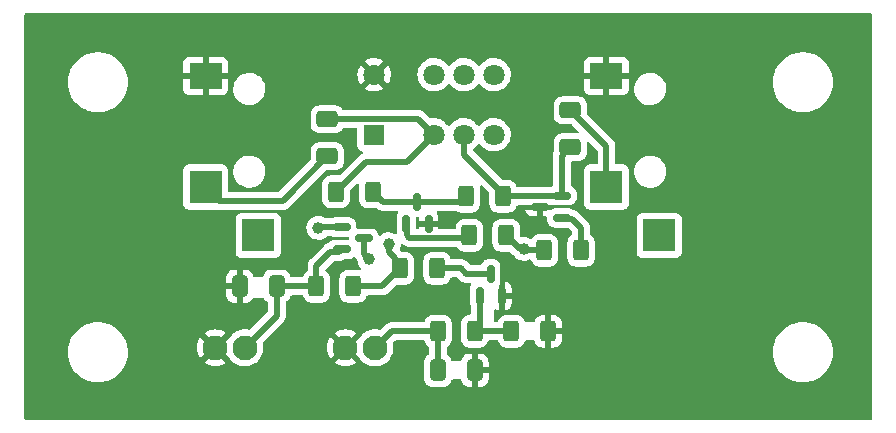
<source format=gtl>
G04 #@! TF.GenerationSoftware,KiCad,Pcbnew,6.0.5-a6ca702e91~116~ubuntu20.04.1*
G04 #@! TF.CreationDate,2022-05-28T13:47:51-04:00*
G04 #@! TF.ProjectId,audiomute,61756469-6f6d-4757-9465-2e6b69636164,rev?*
G04 #@! TF.SameCoordinates,Original*
G04 #@! TF.FileFunction,Copper,L1,Top*
G04 #@! TF.FilePolarity,Positive*
%FSLAX46Y46*%
G04 Gerber Fmt 4.6, Leading zero omitted, Abs format (unit mm)*
G04 Created by KiCad (PCBNEW 6.0.5-a6ca702e91~116~ubuntu20.04.1) date 2022-05-28 13:47:51*
%MOMM*%
%LPD*%
G01*
G04 APERTURE LIST*
G04 Aperture macros list*
%AMRoundRect*
0 Rectangle with rounded corners*
0 $1 Rounding radius*
0 $2 $3 $4 $5 $6 $7 $8 $9 X,Y pos of 4 corners*
0 Add a 4 corners polygon primitive as box body*
4,1,4,$2,$3,$4,$5,$6,$7,$8,$9,$2,$3,0*
0 Add four circle primitives for the rounded corners*
1,1,$1+$1,$2,$3*
1,1,$1+$1,$4,$5*
1,1,$1+$1,$6,$7*
1,1,$1+$1,$8,$9*
0 Add four rect primitives between the rounded corners*
20,1,$1+$1,$2,$3,$4,$5,0*
20,1,$1+$1,$4,$5,$6,$7,0*
20,1,$1+$1,$6,$7,$8,$9,0*
20,1,$1+$1,$8,$9,$2,$3,0*%
G04 Aperture macros list end*
G04 #@! TA.AperFunction,SMDPad,CuDef*
%ADD10RoundRect,0.250000X-0.400000X-0.625000X0.400000X-0.625000X0.400000X0.625000X-0.400000X0.625000X0*%
G04 #@! TD*
G04 #@! TA.AperFunction,SMDPad,CuDef*
%ADD11RoundRect,0.150000X0.150000X-0.587500X0.150000X0.587500X-0.150000X0.587500X-0.150000X-0.587500X0*%
G04 #@! TD*
G04 #@! TA.AperFunction,SMDPad,CuDef*
%ADD12RoundRect,0.250000X0.412500X0.650000X-0.412500X0.650000X-0.412500X-0.650000X0.412500X-0.650000X0*%
G04 #@! TD*
G04 #@! TA.AperFunction,ComponentPad*
%ADD13C,2.100000*%
G04 #@! TD*
G04 #@! TA.AperFunction,SMDPad,CuDef*
%ADD14RoundRect,0.250000X0.650000X-0.412500X0.650000X0.412500X-0.650000X0.412500X-0.650000X-0.412500X0*%
G04 #@! TD*
G04 #@! TA.AperFunction,ComponentPad*
%ADD15R,1.800000X1.800000*%
G04 #@! TD*
G04 #@! TA.AperFunction,ComponentPad*
%ADD16C,1.800000*%
G04 #@! TD*
G04 #@! TA.AperFunction,SMDPad,CuDef*
%ADD17RoundRect,0.250000X-0.412500X-0.650000X0.412500X-0.650000X0.412500X0.650000X-0.412500X0.650000X0*%
G04 #@! TD*
G04 #@! TA.AperFunction,SMDPad,CuDef*
%ADD18R,2.800000X2.200000*%
G04 #@! TD*
G04 #@! TA.AperFunction,SMDPad,CuDef*
%ADD19R,2.800000X2.800000*%
G04 #@! TD*
G04 #@! TA.AperFunction,SMDPad,CuDef*
%ADD20RoundRect,0.150000X-0.587500X-0.150000X0.587500X-0.150000X0.587500X0.150000X-0.587500X0.150000X0*%
G04 #@! TD*
G04 #@! TA.AperFunction,SMDPad,CuDef*
%ADD21RoundRect,0.150000X0.587500X0.150000X-0.587500X0.150000X-0.587500X-0.150000X0.587500X-0.150000X0*%
G04 #@! TD*
G04 #@! TA.AperFunction,SMDPad,CuDef*
%ADD22RoundRect,0.250000X0.400000X0.625000X-0.400000X0.625000X-0.400000X-0.625000X0.400000X-0.625000X0*%
G04 #@! TD*
G04 #@! TA.AperFunction,ViaPad*
%ADD23C,1.000000*%
G04 #@! TD*
G04 #@! TA.AperFunction,Conductor*
%ADD24C,0.500000*%
G04 #@! TD*
G04 APERTURE END LIST*
D10*
X112496000Y-99822000D03*
X115596000Y-99822000D03*
D11*
X109794000Y-96822500D03*
X111694000Y-96822500D03*
X110744000Y-94947500D03*
X103571000Y-90726500D03*
X105471000Y-90726500D03*
X104521000Y-88851500D03*
D12*
X109385500Y-103124000D03*
X106260500Y-103124000D03*
D13*
X100941000Y-101219000D03*
X98441000Y-101219000D03*
D10*
X108686000Y-88392000D03*
X111786000Y-88392000D03*
D14*
X96901000Y-85001500D03*
X96901000Y-81876500D03*
D15*
X100865000Y-83185000D03*
D16*
X105945000Y-83185000D03*
X108485000Y-83185000D03*
X111025000Y-83185000D03*
X111025000Y-78105000D03*
X108485000Y-78105000D03*
X105945000Y-78105000D03*
X100865000Y-78105000D03*
D17*
X89496500Y-96012000D03*
X92621500Y-96012000D03*
D10*
X95986000Y-96012000D03*
X99086000Y-96012000D03*
X97637000Y-88011000D03*
X100737000Y-88011000D03*
X115290000Y-92964000D03*
X118390000Y-92964000D03*
D18*
X120540000Y-78210000D03*
D19*
X120540000Y-87610000D03*
X124990000Y-91710000D03*
D10*
X103098000Y-94488000D03*
X106198000Y-94488000D03*
D20*
X98122500Y-90998000D03*
X98122500Y-92898000D03*
X99997500Y-91948000D03*
D18*
X86597000Y-78208000D03*
D19*
X86597000Y-87608000D03*
X91047000Y-91708000D03*
D10*
X106273000Y-99822000D03*
X109373000Y-99822000D03*
D21*
X116761500Y-90231000D03*
X116761500Y-88331000D03*
X114886500Y-89281000D03*
D13*
X89916000Y-101219000D03*
X87416000Y-101219000D03*
D14*
X117475000Y-84239500D03*
X117475000Y-81114500D03*
D22*
X112040000Y-91694000D03*
X108940000Y-91694000D03*
D23*
X110236000Y-89916000D03*
X72644000Y-74422000D03*
X141478000Y-74168000D03*
X141224000Y-105664000D03*
X73152000Y-105410000D03*
X113030000Y-103124000D03*
X106934000Y-96520000D03*
X101854000Y-90551000D03*
X107188000Y-74168000D03*
X119761000Y-75311000D03*
X114554000Y-85471000D03*
X112776000Y-80518000D03*
X120396000Y-105664000D03*
X73406000Y-89662000D03*
X114427000Y-95504000D03*
X82423000Y-82677000D03*
X121539000Y-91567000D03*
X131064000Y-78740000D03*
X85725000Y-75565000D03*
X131445000Y-97409000D03*
X140081000Y-88900000D03*
X96139000Y-91059000D03*
X102108000Y-92456000D03*
X100457000Y-93726000D03*
X113538000Y-92837000D03*
D24*
X86597000Y-87608000D02*
X87762000Y-88773000D01*
X87762000Y-88773000D02*
X93129500Y-88773000D01*
X93129500Y-88773000D02*
X96901000Y-85001500D01*
X96942011Y-81835489D02*
X96901000Y-81876500D01*
X105945000Y-83185000D02*
X104595489Y-81835489D01*
X102870000Y-85471000D02*
X103659000Y-85471000D01*
X103659000Y-85471000D02*
X105945000Y-83185000D01*
X98961520Y-86686480D02*
X98987520Y-86686480D01*
X100203000Y-85471000D02*
X102870000Y-85471000D01*
X98987520Y-86686480D02*
X100203000Y-85471000D01*
X104595489Y-81835489D02*
X96942011Y-81835489D01*
X97637000Y-88011000D02*
X98961520Y-86686480D01*
X106273000Y-99822000D02*
X106273000Y-103111500D01*
X100965000Y-101219000D02*
X102362000Y-99822000D01*
X102362000Y-99822000D02*
X106273000Y-99822000D01*
X106273000Y-103111500D02*
X106260500Y-103124000D01*
X97929500Y-93091000D02*
X98122500Y-92898000D01*
X92621500Y-96012000D02*
X92621500Y-98508500D01*
X97155000Y-93091000D02*
X97929500Y-93091000D01*
X95986000Y-94260000D02*
X97155000Y-93091000D01*
X92621500Y-98508500D02*
X89911000Y-101219000D01*
X92621500Y-96012000D02*
X95986000Y-96012000D01*
X95986000Y-96012000D02*
X95986000Y-94260000D01*
X120540000Y-84179500D02*
X117475000Y-81114500D01*
X120540000Y-87610000D02*
X120540000Y-84179500D01*
X109794000Y-99401000D02*
X109373000Y-99822000D01*
X112496000Y-99822000D02*
X109373000Y-99822000D01*
X109794000Y-96822500D02*
X109794000Y-99401000D01*
X108204000Y-94488000D02*
X106198000Y-94488000D01*
X108663500Y-94947500D02*
X108204000Y-94488000D01*
X110744000Y-94947500D02*
X108663500Y-94947500D01*
X102616000Y-93599000D02*
X102616000Y-94006000D01*
X99086000Y-96012000D02*
X101574000Y-96012000D01*
X102108000Y-92456000D02*
X102108000Y-93091000D01*
X98122500Y-90998000D02*
X96200000Y-90998000D01*
X96200000Y-90998000D02*
X96139000Y-91059000D01*
X101574000Y-96012000D02*
X103098000Y-94488000D01*
X102108000Y-93091000D02*
X102616000Y-93599000D01*
X113792000Y-92964000D02*
X113665000Y-92964000D01*
X113665000Y-92964000D02*
X113538000Y-92837000D01*
X99997500Y-93266500D02*
X100457000Y-93726000D01*
X115290000Y-92964000D02*
X113792000Y-92964000D01*
X113538000Y-92837000D02*
X113183000Y-92837000D01*
X99997500Y-91948000D02*
X99997500Y-93266500D01*
X113183000Y-92837000D02*
X112040000Y-91694000D01*
X108940000Y-91694000D02*
X108720480Y-91913520D01*
X103851520Y-91913520D02*
X103632000Y-91694000D01*
X108720480Y-91913520D02*
X103851520Y-91913520D01*
X103632000Y-91694000D02*
X103632000Y-90787500D01*
X103632000Y-90787500D02*
X103571000Y-90726500D01*
X116827500Y-90297000D02*
X116761500Y-90231000D01*
X118390000Y-91085000D02*
X117602000Y-90297000D01*
X117602000Y-90297000D02*
X116827500Y-90297000D01*
X118390000Y-92964000D02*
X118390000Y-91085000D01*
X108226500Y-88851500D02*
X108686000Y-88392000D01*
X101577500Y-88851500D02*
X100737000Y-88011000D01*
X104521000Y-88851500D02*
X108226500Y-88851500D01*
X104521000Y-88851500D02*
X101577500Y-88851500D01*
X108485000Y-84863000D02*
X108485000Y-83185000D01*
X116761500Y-84953000D02*
X117475000Y-84239500D01*
X111786000Y-88392000D02*
X111786000Y-88164000D01*
X111786000Y-88392000D02*
X116700500Y-88392000D01*
X116761500Y-88331000D02*
X116761500Y-84953000D01*
X116700500Y-88392000D02*
X116761500Y-88331000D01*
X111786000Y-88164000D02*
X108485000Y-84863000D01*
G04 #@! TA.AperFunction,Conductor*
G36*
X142943621Y-72918502D02*
G01*
X142990114Y-72972158D01*
X143001500Y-73024500D01*
X143001500Y-107188500D01*
X142981498Y-107256621D01*
X142927842Y-107303114D01*
X142875500Y-107314500D01*
X71373500Y-107314500D01*
X71305379Y-107294498D01*
X71258886Y-107240842D01*
X71247500Y-107188500D01*
X71247500Y-101600000D01*
X74924477Y-101600000D01*
X74944549Y-101919039D01*
X75004449Y-102233046D01*
X75103233Y-102537070D01*
X75104920Y-102540656D01*
X75104922Y-102540660D01*
X75237653Y-102822729D01*
X75237657Y-102822736D01*
X75239341Y-102826315D01*
X75241465Y-102829661D01*
X75241465Y-102829662D01*
X75258467Y-102856452D01*
X75410629Y-103096221D01*
X75614394Y-103342530D01*
X75847423Y-103561359D01*
X76106041Y-103749256D01*
X76109510Y-103751163D01*
X76109513Y-103751165D01*
X76356116Y-103886736D01*
X76386169Y-103903258D01*
X76433289Y-103921914D01*
X76679707Y-104019478D01*
X76679710Y-104019479D01*
X76683390Y-104020936D01*
X76687224Y-104021920D01*
X76687232Y-104021923D01*
X76879153Y-104071200D01*
X76993017Y-104100435D01*
X76996945Y-104100931D01*
X76996949Y-104100932D01*
X77122642Y-104116810D01*
X77310165Y-104140500D01*
X77629835Y-104140500D01*
X77817358Y-104116810D01*
X77943051Y-104100932D01*
X77943055Y-104100931D01*
X77946983Y-104100435D01*
X78060847Y-104071200D01*
X78252768Y-104021923D01*
X78252776Y-104021920D01*
X78256610Y-104020936D01*
X78260290Y-104019479D01*
X78260293Y-104019478D01*
X78506711Y-103921914D01*
X78553831Y-103903258D01*
X78583885Y-103886736D01*
X78830487Y-103751165D01*
X78830490Y-103751163D01*
X78833959Y-103749256D01*
X79092577Y-103561359D01*
X79325606Y-103342530D01*
X79529371Y-103096221D01*
X79681534Y-102856452D01*
X79698535Y-102829662D01*
X79698535Y-102829661D01*
X79700659Y-102826315D01*
X79702343Y-102822736D01*
X79702347Y-102822729D01*
X79835078Y-102540660D01*
X79835080Y-102540656D01*
X79836767Y-102537070D01*
X79852701Y-102488030D01*
X86511800Y-102488030D01*
X86517527Y-102495680D01*
X86702272Y-102608893D01*
X86711067Y-102613375D01*
X86928490Y-102703434D01*
X86937875Y-102706483D01*
X87166708Y-102761422D01*
X87176455Y-102762965D01*
X87411070Y-102781430D01*
X87420930Y-102781430D01*
X87655545Y-102762965D01*
X87665292Y-102761422D01*
X87894125Y-102706483D01*
X87903510Y-102703434D01*
X88120933Y-102613375D01*
X88129728Y-102608893D01*
X88310805Y-102497928D01*
X88320267Y-102487470D01*
X88316484Y-102478694D01*
X87428812Y-101591022D01*
X87414868Y-101583408D01*
X87413035Y-101583539D01*
X87406420Y-101587790D01*
X86518560Y-102475650D01*
X86511800Y-102488030D01*
X79852701Y-102488030D01*
X79935551Y-102233046D01*
X79995451Y-101919039D01*
X80015523Y-101600000D01*
X79995451Y-101280961D01*
X79984572Y-101223930D01*
X85853570Y-101223930D01*
X85872035Y-101458545D01*
X85873578Y-101468292D01*
X85928517Y-101697125D01*
X85931566Y-101706510D01*
X86021625Y-101923933D01*
X86026107Y-101932728D01*
X86137072Y-102113805D01*
X86147530Y-102123267D01*
X86156306Y-102119484D01*
X87043978Y-101231812D01*
X87050356Y-101220132D01*
X87780408Y-101220132D01*
X87780539Y-101221965D01*
X87784790Y-101228580D01*
X88572873Y-102016663D01*
X88591209Y-102039920D01*
X88651248Y-102137896D01*
X88654463Y-102141660D01*
X88654465Y-102141663D01*
X88769096Y-102275877D01*
X88810567Y-102324433D01*
X88814323Y-102327641D01*
X88991182Y-102478694D01*
X88997104Y-102483752D01*
X89001327Y-102486340D01*
X89001330Y-102486342D01*
X89020237Y-102497928D01*
X89206268Y-102611927D01*
X89350967Y-102671864D01*
X89428335Y-102703911D01*
X89428337Y-102703912D01*
X89432908Y-102705805D01*
X89515563Y-102725649D01*
X89666630Y-102761917D01*
X89666636Y-102761918D01*
X89671443Y-102763072D01*
X89916000Y-102782319D01*
X90160557Y-102763072D01*
X90165364Y-102761918D01*
X90165370Y-102761917D01*
X90316437Y-102725649D01*
X90399092Y-102705805D01*
X90403663Y-102703912D01*
X90403665Y-102703911D01*
X90481033Y-102671864D01*
X90625732Y-102611927D01*
X90811763Y-102497928D01*
X90827915Y-102488030D01*
X97536800Y-102488030D01*
X97542527Y-102495680D01*
X97727272Y-102608893D01*
X97736067Y-102613375D01*
X97953490Y-102703434D01*
X97962875Y-102706483D01*
X98191708Y-102761422D01*
X98201455Y-102762965D01*
X98436070Y-102781430D01*
X98445930Y-102781430D01*
X98680545Y-102762965D01*
X98690292Y-102761422D01*
X98919125Y-102706483D01*
X98928510Y-102703434D01*
X99145933Y-102613375D01*
X99154728Y-102608893D01*
X99335805Y-102497928D01*
X99345267Y-102487470D01*
X99341484Y-102478694D01*
X98453812Y-101591022D01*
X98439868Y-101583408D01*
X98438035Y-101583539D01*
X98431420Y-101587790D01*
X97543560Y-102475650D01*
X97536800Y-102488030D01*
X90827915Y-102488030D01*
X90830670Y-102486342D01*
X90830673Y-102486340D01*
X90834896Y-102483752D01*
X90840819Y-102478694D01*
X91017677Y-102327641D01*
X91021433Y-102324433D01*
X91062904Y-102275877D01*
X91177535Y-102141663D01*
X91177537Y-102141660D01*
X91180752Y-102137896D01*
X91308927Y-101928732D01*
X91391598Y-101729149D01*
X91400911Y-101706665D01*
X91400912Y-101706663D01*
X91402805Y-101702092D01*
X91428265Y-101596042D01*
X91458917Y-101468370D01*
X91458918Y-101468364D01*
X91460072Y-101463557D01*
X91478931Y-101223930D01*
X96878570Y-101223930D01*
X96897035Y-101458545D01*
X96898578Y-101468292D01*
X96953517Y-101697125D01*
X96956566Y-101706510D01*
X97046625Y-101923933D01*
X97051107Y-101932728D01*
X97162072Y-102113805D01*
X97172530Y-102123267D01*
X97181306Y-102119484D01*
X98068978Y-101231812D01*
X98075356Y-101220132D01*
X98805408Y-101220132D01*
X98805539Y-101221965D01*
X98809790Y-101228580D01*
X99597873Y-102016663D01*
X99616209Y-102039920D01*
X99676248Y-102137896D01*
X99679463Y-102141660D01*
X99679465Y-102141663D01*
X99794096Y-102275877D01*
X99835567Y-102324433D01*
X99839323Y-102327641D01*
X100016182Y-102478694D01*
X100022104Y-102483752D01*
X100026327Y-102486340D01*
X100026330Y-102486342D01*
X100045237Y-102497928D01*
X100231268Y-102611927D01*
X100375967Y-102671864D01*
X100453335Y-102703911D01*
X100453337Y-102703912D01*
X100457908Y-102705805D01*
X100540563Y-102725649D01*
X100691630Y-102761917D01*
X100691636Y-102761918D01*
X100696443Y-102763072D01*
X100941000Y-102782319D01*
X101185557Y-102763072D01*
X101190364Y-102761918D01*
X101190370Y-102761917D01*
X101341437Y-102725649D01*
X101424092Y-102705805D01*
X101428663Y-102703912D01*
X101428665Y-102703911D01*
X101506033Y-102671864D01*
X101650732Y-102611927D01*
X101836763Y-102497928D01*
X101855670Y-102486342D01*
X101855673Y-102486340D01*
X101859896Y-102483752D01*
X101865819Y-102478694D01*
X102042677Y-102327641D01*
X102046433Y-102324433D01*
X102087904Y-102275877D01*
X102202535Y-102141663D01*
X102202537Y-102141660D01*
X102205752Y-102137896D01*
X102333927Y-101928732D01*
X102416598Y-101729149D01*
X102425911Y-101706665D01*
X102425912Y-101706663D01*
X102427805Y-101702092D01*
X102453265Y-101596042D01*
X102483917Y-101468370D01*
X102483918Y-101468364D01*
X102485072Y-101463557D01*
X102504319Y-101219000D01*
X102485072Y-100974443D01*
X102483915Y-100969621D01*
X102462276Y-100879490D01*
X102465823Y-100808582D01*
X102495700Y-100760981D01*
X102639276Y-100617405D01*
X102701588Y-100583379D01*
X102728371Y-100580500D01*
X105027121Y-100580500D01*
X105095242Y-100600502D01*
X105141735Y-100654158D01*
X105146644Y-100666623D01*
X105179130Y-100763993D01*
X105181450Y-100770946D01*
X105274522Y-100921348D01*
X105399697Y-101046305D01*
X105405925Y-101050144D01*
X105405930Y-101050148D01*
X105454617Y-101080159D01*
X105502110Y-101132931D01*
X105514500Y-101187418D01*
X105514500Y-101718160D01*
X105494498Y-101786281D01*
X105454803Y-101825304D01*
X105373652Y-101875522D01*
X105248695Y-102000697D01*
X105244855Y-102006927D01*
X105244854Y-102006928D01*
X105224516Y-102039923D01*
X105155885Y-102151262D01*
X105100203Y-102319139D01*
X105099503Y-102325975D01*
X105099502Y-102325978D01*
X105097861Y-102341998D01*
X105089500Y-102423600D01*
X105089500Y-103824400D01*
X105089837Y-103827646D01*
X105089837Y-103827650D01*
X105099618Y-103921914D01*
X105100474Y-103930166D01*
X105156450Y-104097946D01*
X105249522Y-104248348D01*
X105374697Y-104373305D01*
X105380927Y-104377145D01*
X105380928Y-104377146D01*
X105518288Y-104461816D01*
X105525262Y-104466115D01*
X105605005Y-104492564D01*
X105686611Y-104519632D01*
X105686613Y-104519632D01*
X105693139Y-104521797D01*
X105699975Y-104522497D01*
X105699978Y-104522498D01*
X105743031Y-104526909D01*
X105797600Y-104532500D01*
X106723400Y-104532500D01*
X106726646Y-104532163D01*
X106726650Y-104532163D01*
X106822308Y-104522238D01*
X106822312Y-104522237D01*
X106829166Y-104521526D01*
X106835702Y-104519345D01*
X106835704Y-104519345D01*
X106967806Y-104475272D01*
X106996946Y-104465550D01*
X107147348Y-104372478D01*
X107272305Y-104247303D01*
X107365115Y-104096738D01*
X107406378Y-103972333D01*
X107446808Y-103913973D01*
X107512373Y-103886736D01*
X107525971Y-103886000D01*
X108120476Y-103886000D01*
X108188597Y-103906002D01*
X108235090Y-103959658D01*
X108240000Y-103972124D01*
X108279588Y-104090784D01*
X108285761Y-104103962D01*
X108371063Y-104241807D01*
X108380099Y-104253208D01*
X108494829Y-104367739D01*
X108506240Y-104376751D01*
X108644243Y-104461816D01*
X108657424Y-104467963D01*
X108811710Y-104519138D01*
X108825086Y-104522005D01*
X108919438Y-104531672D01*
X108925854Y-104532000D01*
X109113385Y-104532000D01*
X109128624Y-104527525D01*
X109129829Y-104526135D01*
X109131500Y-104518452D01*
X109131500Y-104513884D01*
X109639500Y-104513884D01*
X109643975Y-104529123D01*
X109645365Y-104530328D01*
X109653048Y-104531999D01*
X109845095Y-104531999D01*
X109851614Y-104531662D01*
X109947206Y-104521743D01*
X109960600Y-104518851D01*
X110114784Y-104467412D01*
X110127962Y-104461239D01*
X110265807Y-104375937D01*
X110277208Y-104366901D01*
X110391739Y-104252171D01*
X110400751Y-104240760D01*
X110485816Y-104102757D01*
X110491963Y-104089576D01*
X110543138Y-103935290D01*
X110546005Y-103921914D01*
X110555672Y-103827562D01*
X110556000Y-103821146D01*
X110556000Y-103396115D01*
X110551525Y-103380876D01*
X110550135Y-103379671D01*
X110542452Y-103378000D01*
X109657615Y-103378000D01*
X109642376Y-103382475D01*
X109641171Y-103383865D01*
X109639500Y-103391548D01*
X109639500Y-104513884D01*
X109131500Y-104513884D01*
X109131500Y-102851885D01*
X109639500Y-102851885D01*
X109643975Y-102867124D01*
X109645365Y-102868329D01*
X109653048Y-102870000D01*
X110537884Y-102870000D01*
X110553123Y-102865525D01*
X110554328Y-102864135D01*
X110555999Y-102856452D01*
X110555999Y-102426905D01*
X110555662Y-102420386D01*
X110545743Y-102324794D01*
X110542851Y-102311400D01*
X110491412Y-102157216D01*
X110485239Y-102144038D01*
X110399937Y-102006193D01*
X110390901Y-101994792D01*
X110276171Y-101880261D01*
X110264760Y-101871249D01*
X110126757Y-101786184D01*
X110113576Y-101780037D01*
X109959290Y-101728862D01*
X109945914Y-101725995D01*
X109851562Y-101716328D01*
X109845145Y-101716000D01*
X109657615Y-101716000D01*
X109642376Y-101720475D01*
X109641171Y-101721865D01*
X109639500Y-101729548D01*
X109639500Y-102851885D01*
X109131500Y-102851885D01*
X109131500Y-101734116D01*
X109127025Y-101718877D01*
X109125635Y-101717672D01*
X109117952Y-101716001D01*
X108925905Y-101716001D01*
X108919386Y-101716338D01*
X108823794Y-101726257D01*
X108810400Y-101729149D01*
X108656216Y-101780588D01*
X108643038Y-101786761D01*
X108505193Y-101872063D01*
X108493792Y-101881099D01*
X108379261Y-101995829D01*
X108370249Y-102007240D01*
X108285184Y-102145243D01*
X108279036Y-102158426D01*
X108240149Y-102275667D01*
X108199718Y-102334027D01*
X108134154Y-102361264D01*
X108120556Y-102362000D01*
X107526052Y-102362000D01*
X107457931Y-102341998D01*
X107411438Y-102288342D01*
X107406529Y-102275877D01*
X107366870Y-102157007D01*
X107366869Y-102157005D01*
X107364550Y-102150054D01*
X107271478Y-101999652D01*
X107146303Y-101874695D01*
X107140075Y-101870856D01*
X107140070Y-101870852D01*
X107091383Y-101840841D01*
X107043890Y-101788069D01*
X107031500Y-101733582D01*
X107031500Y-101600000D01*
X134614477Y-101600000D01*
X134634549Y-101919039D01*
X134694449Y-102233046D01*
X134793233Y-102537070D01*
X134794920Y-102540656D01*
X134794922Y-102540660D01*
X134927653Y-102822729D01*
X134927657Y-102822736D01*
X134929341Y-102826315D01*
X134931465Y-102829661D01*
X134931465Y-102829662D01*
X134948467Y-102856452D01*
X135100629Y-103096221D01*
X135304394Y-103342530D01*
X135537423Y-103561359D01*
X135796041Y-103749256D01*
X135799510Y-103751163D01*
X135799513Y-103751165D01*
X136046116Y-103886736D01*
X136076169Y-103903258D01*
X136123289Y-103921914D01*
X136369707Y-104019478D01*
X136369710Y-104019479D01*
X136373390Y-104020936D01*
X136377224Y-104021920D01*
X136377232Y-104021923D01*
X136569153Y-104071200D01*
X136683017Y-104100435D01*
X136686945Y-104100931D01*
X136686949Y-104100932D01*
X136812642Y-104116810D01*
X137000165Y-104140500D01*
X137319835Y-104140500D01*
X137507358Y-104116810D01*
X137633051Y-104100932D01*
X137633055Y-104100931D01*
X137636983Y-104100435D01*
X137750847Y-104071200D01*
X137942768Y-104021923D01*
X137942776Y-104021920D01*
X137946610Y-104020936D01*
X137950290Y-104019479D01*
X137950293Y-104019478D01*
X138196711Y-103921914D01*
X138243831Y-103903258D01*
X138273885Y-103886736D01*
X138520487Y-103751165D01*
X138520490Y-103751163D01*
X138523959Y-103749256D01*
X138782577Y-103561359D01*
X139015606Y-103342530D01*
X139219371Y-103096221D01*
X139371534Y-102856452D01*
X139388535Y-102829662D01*
X139388535Y-102829661D01*
X139390659Y-102826315D01*
X139392343Y-102822736D01*
X139392347Y-102822729D01*
X139525078Y-102540660D01*
X139525080Y-102540656D01*
X139526767Y-102537070D01*
X139625551Y-102233046D01*
X139685451Y-101919039D01*
X139705523Y-101600000D01*
X139685451Y-101280961D01*
X139625551Y-100966954D01*
X139529172Y-100670333D01*
X139527993Y-100666703D01*
X139527993Y-100666702D01*
X139526767Y-100662930D01*
X139525078Y-100659340D01*
X139392347Y-100377271D01*
X139392343Y-100377264D01*
X139390659Y-100373685D01*
X139386710Y-100367463D01*
X139221498Y-100107130D01*
X139221495Y-100107126D01*
X139219371Y-100103779D01*
X139117488Y-99980624D01*
X139018131Y-99860522D01*
X139018130Y-99860521D01*
X139015606Y-99857470D01*
X138782577Y-99638641D01*
X138523959Y-99450744D01*
X138243831Y-99296742D01*
X138067119Y-99226777D01*
X137950293Y-99180522D01*
X137950290Y-99180521D01*
X137946610Y-99179064D01*
X137942776Y-99178080D01*
X137942768Y-99178077D01*
X137750847Y-99128800D01*
X137636983Y-99099565D01*
X137633055Y-99099069D01*
X137633051Y-99099068D01*
X137472753Y-99078818D01*
X137319835Y-99059500D01*
X137000165Y-99059500D01*
X136847247Y-99078818D01*
X136686949Y-99099068D01*
X136686945Y-99099069D01*
X136683017Y-99099565D01*
X136569153Y-99128800D01*
X136377232Y-99178077D01*
X136377224Y-99178080D01*
X136373390Y-99179064D01*
X136369710Y-99180521D01*
X136369707Y-99180522D01*
X136252881Y-99226777D01*
X136076169Y-99296742D01*
X135796041Y-99450744D01*
X135537423Y-99638641D01*
X135304394Y-99857470D01*
X135301870Y-99860521D01*
X135301869Y-99860522D01*
X135202512Y-99980624D01*
X135100629Y-100103779D01*
X135098505Y-100107126D01*
X135098502Y-100107130D01*
X134933290Y-100367463D01*
X134929341Y-100373685D01*
X134927657Y-100377264D01*
X134927653Y-100377271D01*
X134794922Y-100659340D01*
X134793233Y-100662930D01*
X134792007Y-100666702D01*
X134792007Y-100666703D01*
X134790828Y-100670333D01*
X134694449Y-100966954D01*
X134634549Y-101280961D01*
X134614477Y-101600000D01*
X107031500Y-101600000D01*
X107031500Y-101187369D01*
X107051502Y-101119248D01*
X107091193Y-101080228D01*
X107147348Y-101045478D01*
X107272305Y-100920303D01*
X107315511Y-100850210D01*
X107361275Y-100775968D01*
X107361276Y-100775966D01*
X107365115Y-100769738D01*
X107399317Y-100666623D01*
X107418632Y-100608389D01*
X107418632Y-100608387D01*
X107420797Y-100601861D01*
X107431500Y-100497400D01*
X107431500Y-99146600D01*
X107429300Y-99125393D01*
X107421238Y-99047692D01*
X107421237Y-99047688D01*
X107420526Y-99040834D01*
X107402848Y-98987845D01*
X107366868Y-98880002D01*
X107364550Y-98873054D01*
X107271478Y-98722652D01*
X107146303Y-98597695D01*
X107099868Y-98569072D01*
X107001968Y-98508725D01*
X107001966Y-98508724D01*
X106995738Y-98504885D01*
X106915995Y-98478436D01*
X106834389Y-98451368D01*
X106834387Y-98451368D01*
X106827861Y-98449203D01*
X106821025Y-98448503D01*
X106821022Y-98448502D01*
X106777969Y-98444091D01*
X106723400Y-98438500D01*
X105822600Y-98438500D01*
X105819354Y-98438837D01*
X105819350Y-98438837D01*
X105723692Y-98448762D01*
X105723688Y-98448763D01*
X105716834Y-98449474D01*
X105710298Y-98451655D01*
X105710296Y-98451655D01*
X105693928Y-98457116D01*
X105549054Y-98505450D01*
X105398652Y-98598522D01*
X105273695Y-98723697D01*
X105269855Y-98729927D01*
X105269854Y-98729928D01*
X105200978Y-98841666D01*
X105180885Y-98874262D01*
X105169103Y-98909784D01*
X105146753Y-98977167D01*
X105106322Y-99035527D01*
X105040758Y-99062764D01*
X105027160Y-99063500D01*
X102429063Y-99063500D01*
X102410114Y-99062067D01*
X102409907Y-99062036D01*
X102388651Y-99058802D01*
X102381359Y-99059395D01*
X102381356Y-99059395D01*
X102335991Y-99063085D01*
X102325777Y-99063500D01*
X102317707Y-99063500D01*
X102314087Y-99063922D01*
X102314069Y-99063923D01*
X102289461Y-99066792D01*
X102285100Y-99067224D01*
X102259981Y-99069267D01*
X102219661Y-99072546D01*
X102219658Y-99072547D01*
X102212363Y-99073140D01*
X102205399Y-99075396D01*
X102199440Y-99076587D01*
X102193585Y-99077971D01*
X102186319Y-99078818D01*
X102117673Y-99103735D01*
X102113545Y-99105152D01*
X102051064Y-99125393D01*
X102051062Y-99125394D01*
X102044101Y-99127649D01*
X102037846Y-99131445D01*
X102032372Y-99133951D01*
X102026942Y-99136670D01*
X102020063Y-99139167D01*
X102013943Y-99143180D01*
X102013942Y-99143180D01*
X102008726Y-99146600D01*
X101959016Y-99179191D01*
X101955327Y-99181518D01*
X101935135Y-99193771D01*
X101897693Y-99216491D01*
X101897688Y-99216495D01*
X101892892Y-99219405D01*
X101884516Y-99226803D01*
X101884493Y-99226777D01*
X101881503Y-99229426D01*
X101878264Y-99232134D01*
X101872148Y-99236144D01*
X101867121Y-99241451D01*
X101867117Y-99241454D01*
X101818872Y-99292383D01*
X101816494Y-99294825D01*
X101437726Y-99673593D01*
X101375414Y-99707619D01*
X101319219Y-99707017D01*
X101263593Y-99693663D01*
X101190370Y-99676083D01*
X101190364Y-99676082D01*
X101185557Y-99674928D01*
X100941000Y-99655681D01*
X100696443Y-99674928D01*
X100691636Y-99676082D01*
X100691630Y-99676083D01*
X100540563Y-99712351D01*
X100457908Y-99732195D01*
X100453337Y-99734088D01*
X100453335Y-99734089D01*
X100375967Y-99766136D01*
X100231268Y-99826073D01*
X100095515Y-99909262D01*
X100026330Y-99951658D01*
X100026327Y-99951660D01*
X100022104Y-99954248D01*
X100018340Y-99957463D01*
X100018337Y-99957465D01*
X99874312Y-100080475D01*
X99835567Y-100113567D01*
X99676248Y-100300104D01*
X99616209Y-100398080D01*
X99597873Y-100421337D01*
X98813022Y-101206188D01*
X98805408Y-101220132D01*
X98075356Y-101220132D01*
X98076592Y-101217868D01*
X98076461Y-101216035D01*
X98072210Y-101209420D01*
X97184350Y-100321560D01*
X97171970Y-100314800D01*
X97164320Y-100320527D01*
X97051107Y-100505272D01*
X97046625Y-100514067D01*
X96956566Y-100731490D01*
X96953517Y-100740875D01*
X96898578Y-100969708D01*
X96897035Y-100979455D01*
X96878570Y-101214070D01*
X96878570Y-101223930D01*
X91478931Y-101223930D01*
X91479319Y-101219000D01*
X91460072Y-100974443D01*
X91458916Y-100969629D01*
X91458915Y-100969621D01*
X91431662Y-100856106D01*
X91435208Y-100785198D01*
X91465085Y-100737596D01*
X92252151Y-99950530D01*
X97536733Y-99950530D01*
X97540516Y-99959306D01*
X98428188Y-100846978D01*
X98442132Y-100854592D01*
X98443965Y-100854461D01*
X98450580Y-100850210D01*
X99338440Y-99962350D01*
X99345200Y-99949970D01*
X99339473Y-99942320D01*
X99154728Y-99829107D01*
X99145933Y-99824625D01*
X98928510Y-99734566D01*
X98919125Y-99731517D01*
X98690292Y-99676578D01*
X98680545Y-99675035D01*
X98445930Y-99656570D01*
X98436070Y-99656570D01*
X98201455Y-99675035D01*
X98191708Y-99676578D01*
X97962875Y-99731517D01*
X97953490Y-99734566D01*
X97736067Y-99824625D01*
X97727272Y-99829107D01*
X97546195Y-99940072D01*
X97536733Y-99950530D01*
X92252151Y-99950530D01*
X93110411Y-99092270D01*
X93124823Y-99079884D01*
X93136418Y-99071351D01*
X93136423Y-99071346D01*
X93142318Y-99067008D01*
X93147057Y-99061430D01*
X93147060Y-99061427D01*
X93176535Y-99026732D01*
X93183465Y-99019216D01*
X93189160Y-99013521D01*
X93206781Y-98991249D01*
X93209572Y-98987845D01*
X93252091Y-98937797D01*
X93252092Y-98937795D01*
X93256833Y-98932215D01*
X93260161Y-98925699D01*
X93263528Y-98920650D01*
X93266695Y-98915521D01*
X93271234Y-98909784D01*
X93302155Y-98843625D01*
X93304061Y-98839725D01*
X93337269Y-98774692D01*
X93339008Y-98767583D01*
X93341104Y-98761949D01*
X93343023Y-98756179D01*
X93346122Y-98749550D01*
X93350357Y-98729193D01*
X93360990Y-98678071D01*
X93361961Y-98673782D01*
X93377973Y-98608344D01*
X93379308Y-98602890D01*
X93380000Y-98591736D01*
X93380035Y-98591738D01*
X93380275Y-98587766D01*
X93380652Y-98583545D01*
X93382141Y-98576385D01*
X93380046Y-98498958D01*
X93380000Y-98495550D01*
X93380000Y-97410105D01*
X93400002Y-97341984D01*
X93439697Y-97302961D01*
X93502120Y-97264332D01*
X93508348Y-97260478D01*
X93633305Y-97135303D01*
X93637338Y-97128760D01*
X93722275Y-96990968D01*
X93722276Y-96990966D01*
X93726115Y-96984738D01*
X93768539Y-96856833D01*
X93808969Y-96798473D01*
X93874534Y-96771236D01*
X93888132Y-96770500D01*
X94740121Y-96770500D01*
X94808242Y-96790502D01*
X94854735Y-96844158D01*
X94859644Y-96856623D01*
X94891729Y-96952790D01*
X94894450Y-96960946D01*
X94987522Y-97111348D01*
X95112697Y-97236305D01*
X95118927Y-97240145D01*
X95118928Y-97240146D01*
X95256090Y-97324694D01*
X95263262Y-97329115D01*
X95295787Y-97339903D01*
X95424611Y-97382632D01*
X95424613Y-97382632D01*
X95431139Y-97384797D01*
X95437975Y-97385497D01*
X95437978Y-97385498D01*
X95481031Y-97389909D01*
X95535600Y-97395500D01*
X96436400Y-97395500D01*
X96439646Y-97395163D01*
X96439650Y-97395163D01*
X96535308Y-97385238D01*
X96535312Y-97385237D01*
X96542166Y-97384526D01*
X96548702Y-97382345D01*
X96548704Y-97382345D01*
X96680806Y-97338272D01*
X96709946Y-97328550D01*
X96860348Y-97235478D01*
X96985305Y-97110303D01*
X96994975Y-97094615D01*
X97074275Y-96965968D01*
X97074276Y-96965966D01*
X97078115Y-96959738D01*
X97133797Y-96791861D01*
X97136913Y-96761454D01*
X97143738Y-96694833D01*
X97144500Y-96687400D01*
X97144500Y-95336600D01*
X97138045Y-95274389D01*
X97134238Y-95237692D01*
X97134237Y-95237688D01*
X97133526Y-95230834D01*
X97128776Y-95216595D01*
X97079868Y-95070002D01*
X97077550Y-95063054D01*
X96984478Y-94912652D01*
X96859303Y-94787695D01*
X96853075Y-94783856D01*
X96853070Y-94783852D01*
X96804383Y-94753841D01*
X96756890Y-94701069D01*
X96744500Y-94646582D01*
X96744500Y-94626371D01*
X96764502Y-94558250D01*
X96781405Y-94537276D01*
X97432276Y-93886405D01*
X97494588Y-93852379D01*
X97521371Y-93849500D01*
X97862430Y-93849500D01*
X97881380Y-93850933D01*
X97895615Y-93853099D01*
X97895619Y-93853099D01*
X97902849Y-93854199D01*
X97910141Y-93853606D01*
X97910144Y-93853606D01*
X97955518Y-93849915D01*
X97965733Y-93849500D01*
X97973793Y-93849500D01*
X97987946Y-93847850D01*
X98002007Y-93846211D01*
X98006382Y-93845778D01*
X98071839Y-93840454D01*
X98071842Y-93840453D01*
X98079137Y-93839860D01*
X98086101Y-93837604D01*
X98092060Y-93836413D01*
X98097915Y-93835029D01*
X98105181Y-93834182D01*
X98173827Y-93809265D01*
X98177955Y-93807848D01*
X98240436Y-93787607D01*
X98240438Y-93787606D01*
X98247399Y-93785351D01*
X98253654Y-93781555D01*
X98259128Y-93779049D01*
X98264558Y-93776330D01*
X98271437Y-93773833D01*
X98278737Y-93769047D01*
X98332476Y-93733814D01*
X98336195Y-93731468D01*
X98347213Y-93724782D01*
X98412579Y-93706500D01*
X98776502Y-93706500D01*
X98778950Y-93706307D01*
X98778958Y-93706307D01*
X98807421Y-93704067D01*
X98807426Y-93704066D01*
X98813831Y-93703562D01*
X98921984Y-93672141D01*
X98965988Y-93659357D01*
X98965990Y-93659356D01*
X98973601Y-93657145D01*
X99116807Y-93572453D01*
X99122412Y-93566848D01*
X99125359Y-93564562D01*
X99191444Y-93538615D01*
X99261066Y-93552515D01*
X99313905Y-93606337D01*
X99314667Y-93608437D01*
X99318682Y-93614560D01*
X99318683Y-93614563D01*
X99354686Y-93669476D01*
X99357023Y-93673180D01*
X99394905Y-93735607D01*
X99398621Y-93739815D01*
X99398622Y-93739816D01*
X99402303Y-93743984D01*
X99402276Y-93744008D01*
X99404929Y-93747000D01*
X99407632Y-93750233D01*
X99411644Y-93756352D01*
X99416956Y-93761384D01*
X99421654Y-93767003D01*
X99420303Y-93768133D01*
X99451365Y-93821532D01*
X99454571Y-93841091D01*
X99460268Y-93908934D01*
X99466210Y-93929656D01*
X99512066Y-94089573D01*
X99514783Y-94099050D01*
X99605187Y-94274956D01*
X99619883Y-94293498D01*
X99728035Y-94429953D01*
X99726819Y-94430917D01*
X99756222Y-94487061D01*
X99749928Y-94557778D01*
X99706401Y-94613866D01*
X99639460Y-94637518D01*
X99619813Y-94637046D01*
X99539601Y-94628828D01*
X99539602Y-94628828D01*
X99536400Y-94628500D01*
X98635600Y-94628500D01*
X98632354Y-94628837D01*
X98632350Y-94628837D01*
X98536692Y-94638762D01*
X98536688Y-94638763D01*
X98529834Y-94639474D01*
X98523298Y-94641655D01*
X98523296Y-94641655D01*
X98425796Y-94674184D01*
X98362054Y-94695450D01*
X98211652Y-94788522D01*
X98086695Y-94913697D01*
X98082855Y-94919927D01*
X98082854Y-94919928D01*
X98004881Y-95046424D01*
X97993885Y-95064262D01*
X97967436Y-95144005D01*
X97943359Y-95216595D01*
X97938203Y-95232139D01*
X97937503Y-95238975D01*
X97937502Y-95238978D01*
X97936656Y-95247236D01*
X97927500Y-95336600D01*
X97927500Y-96687400D01*
X97927837Y-96690646D01*
X97927837Y-96690650D01*
X97936610Y-96775199D01*
X97938474Y-96793166D01*
X97940655Y-96799702D01*
X97940655Y-96799704D01*
X97946379Y-96816861D01*
X97994450Y-96960946D01*
X98087522Y-97111348D01*
X98212697Y-97236305D01*
X98218927Y-97240145D01*
X98218928Y-97240146D01*
X98356090Y-97324694D01*
X98363262Y-97329115D01*
X98395787Y-97339903D01*
X98524611Y-97382632D01*
X98524613Y-97382632D01*
X98531139Y-97384797D01*
X98537975Y-97385497D01*
X98537978Y-97385498D01*
X98581031Y-97389909D01*
X98635600Y-97395500D01*
X99536400Y-97395500D01*
X99539646Y-97395163D01*
X99539650Y-97395163D01*
X99635308Y-97385238D01*
X99635312Y-97385237D01*
X99642166Y-97384526D01*
X99648702Y-97382345D01*
X99648704Y-97382345D01*
X99780806Y-97338272D01*
X99809946Y-97328550D01*
X99960348Y-97235478D01*
X100085305Y-97110303D01*
X100094975Y-97094615D01*
X100174275Y-96965968D01*
X100174276Y-96965966D01*
X100178115Y-96959738D01*
X100212247Y-96856833D01*
X100252678Y-96798473D01*
X100318242Y-96771236D01*
X100331840Y-96770500D01*
X101506930Y-96770500D01*
X101525880Y-96771933D01*
X101540115Y-96774099D01*
X101540119Y-96774099D01*
X101547349Y-96775199D01*
X101554641Y-96774606D01*
X101554644Y-96774606D01*
X101600018Y-96770915D01*
X101610233Y-96770500D01*
X101618293Y-96770500D01*
X101631583Y-96768951D01*
X101646507Y-96767211D01*
X101650882Y-96766778D01*
X101716339Y-96761454D01*
X101716342Y-96761453D01*
X101723637Y-96760860D01*
X101730601Y-96758604D01*
X101736560Y-96757413D01*
X101742415Y-96756029D01*
X101749681Y-96755182D01*
X101818327Y-96730265D01*
X101822455Y-96728848D01*
X101884936Y-96708607D01*
X101884938Y-96708606D01*
X101891899Y-96706351D01*
X101898154Y-96702555D01*
X101903628Y-96700049D01*
X101909058Y-96697330D01*
X101915937Y-96694833D01*
X101922317Y-96690650D01*
X101976976Y-96654814D01*
X101980680Y-96652477D01*
X102043107Y-96614595D01*
X102051484Y-96607197D01*
X102051508Y-96607224D01*
X102054500Y-96604571D01*
X102057733Y-96601868D01*
X102063852Y-96597856D01*
X102117128Y-96541617D01*
X102119506Y-96539175D01*
X102750276Y-95908405D01*
X102812588Y-95874379D01*
X102839371Y-95871500D01*
X103548400Y-95871500D01*
X103551646Y-95871163D01*
X103551650Y-95871163D01*
X103647308Y-95861238D01*
X103647312Y-95861237D01*
X103654166Y-95860526D01*
X103660702Y-95858345D01*
X103660704Y-95858345D01*
X103792806Y-95814272D01*
X103821946Y-95804550D01*
X103972348Y-95711478D01*
X104097305Y-95586303D01*
X104139753Y-95517440D01*
X104186275Y-95441968D01*
X104186276Y-95441966D01*
X104190115Y-95435738D01*
X104232338Y-95308438D01*
X104243632Y-95274389D01*
X104243632Y-95274387D01*
X104245797Y-95267861D01*
X104247269Y-95253500D01*
X104251307Y-95214086D01*
X104256500Y-95163400D01*
X105039500Y-95163400D01*
X105039837Y-95166646D01*
X105039837Y-95166650D01*
X105048849Y-95253500D01*
X105050474Y-95269166D01*
X105052655Y-95275702D01*
X105052655Y-95275704D01*
X105071905Y-95333402D01*
X105106450Y-95436946D01*
X105199522Y-95587348D01*
X105324697Y-95712305D01*
X105330927Y-95716145D01*
X105330928Y-95716146D01*
X105468090Y-95800694D01*
X105475262Y-95805115D01*
X105555005Y-95831564D01*
X105636611Y-95858632D01*
X105636613Y-95858632D01*
X105643139Y-95860797D01*
X105649975Y-95861497D01*
X105649978Y-95861498D01*
X105693031Y-95865909D01*
X105747600Y-95871500D01*
X106648400Y-95871500D01*
X106651646Y-95871163D01*
X106651650Y-95871163D01*
X106747308Y-95861238D01*
X106747312Y-95861237D01*
X106754166Y-95860526D01*
X106760702Y-95858345D01*
X106760704Y-95858345D01*
X106892806Y-95814272D01*
X106921946Y-95804550D01*
X107072348Y-95711478D01*
X107197305Y-95586303D01*
X107239753Y-95517440D01*
X107286275Y-95441968D01*
X107286276Y-95441966D01*
X107290115Y-95435738D01*
X107321930Y-95339817D01*
X107324247Y-95332833D01*
X107364678Y-95274473D01*
X107430242Y-95247236D01*
X107443840Y-95246500D01*
X107837629Y-95246500D01*
X107905750Y-95266502D01*
X107926724Y-95283405D01*
X108079730Y-95436411D01*
X108092116Y-95450823D01*
X108100649Y-95462418D01*
X108100654Y-95462423D01*
X108104992Y-95468318D01*
X108110570Y-95473057D01*
X108110573Y-95473060D01*
X108145268Y-95502535D01*
X108152784Y-95509465D01*
X108158479Y-95515160D01*
X108161361Y-95517440D01*
X108180751Y-95532781D01*
X108184155Y-95535572D01*
X108234203Y-95578091D01*
X108239785Y-95582833D01*
X108246301Y-95586161D01*
X108251350Y-95589528D01*
X108256479Y-95592695D01*
X108262216Y-95597234D01*
X108328375Y-95628155D01*
X108332269Y-95630058D01*
X108397308Y-95663269D01*
X108404416Y-95665008D01*
X108410059Y-95667107D01*
X108415822Y-95669024D01*
X108422450Y-95672122D01*
X108429612Y-95673612D01*
X108429613Y-95673612D01*
X108493912Y-95686986D01*
X108498196Y-95687956D01*
X108569110Y-95705308D01*
X108574712Y-95705656D01*
X108574715Y-95705656D01*
X108580264Y-95706000D01*
X108580262Y-95706036D01*
X108584255Y-95706275D01*
X108588447Y-95706649D01*
X108595615Y-95708140D01*
X108673020Y-95706046D01*
X108676428Y-95706000D01*
X108970911Y-95706000D01*
X109039032Y-95726002D01*
X109085525Y-95779658D01*
X109095629Y-95849932D01*
X109079365Y-95896136D01*
X109034855Y-95971399D01*
X109032644Y-95979010D01*
X109032643Y-95979012D01*
X109017472Y-96031231D01*
X108988438Y-96131169D01*
X108987934Y-96137574D01*
X108987933Y-96137579D01*
X108985693Y-96166042D01*
X108985500Y-96168498D01*
X108985500Y-97476502D01*
X108985693Y-97478950D01*
X108985693Y-97478958D01*
X108987927Y-97507333D01*
X108988438Y-97513831D01*
X108990232Y-97520007D01*
X108990233Y-97520011D01*
X109030497Y-97658602D01*
X109035500Y-97693754D01*
X109035500Y-98313183D01*
X109015498Y-98381304D01*
X108961842Y-98427797D01*
X108922504Y-98438510D01*
X108914620Y-98439328D01*
X108823692Y-98448762D01*
X108823688Y-98448763D01*
X108816834Y-98449474D01*
X108810298Y-98451655D01*
X108810296Y-98451655D01*
X108793928Y-98457116D01*
X108649054Y-98505450D01*
X108498652Y-98598522D01*
X108373695Y-98723697D01*
X108369855Y-98729927D01*
X108369854Y-98729928D01*
X108300978Y-98841666D01*
X108280885Y-98874262D01*
X108278509Y-98881426D01*
X108242657Y-98989518D01*
X108225203Y-99042139D01*
X108224503Y-99048975D01*
X108224502Y-99048978D01*
X108222027Y-99073140D01*
X108214500Y-99146600D01*
X108214500Y-100497400D01*
X108214837Y-100500646D01*
X108214837Y-100500650D01*
X108224618Y-100594914D01*
X108225474Y-100603166D01*
X108227655Y-100609702D01*
X108227655Y-100609704D01*
X108242486Y-100654158D01*
X108281450Y-100770946D01*
X108374522Y-100921348D01*
X108499697Y-101046305D01*
X108505927Y-101050145D01*
X108505928Y-101050146D01*
X108643288Y-101134816D01*
X108650262Y-101139115D01*
X108730005Y-101165564D01*
X108811611Y-101192632D01*
X108811613Y-101192632D01*
X108818139Y-101194797D01*
X108824975Y-101195497D01*
X108824978Y-101195498D01*
X108868031Y-101199909D01*
X108922600Y-101205500D01*
X109823400Y-101205500D01*
X109826646Y-101205163D01*
X109826650Y-101205163D01*
X109922308Y-101195238D01*
X109922312Y-101195237D01*
X109929166Y-101194526D01*
X109935702Y-101192345D01*
X109935704Y-101192345D01*
X110067806Y-101148272D01*
X110096946Y-101138550D01*
X110247348Y-101045478D01*
X110372305Y-100920303D01*
X110415511Y-100850210D01*
X110461275Y-100775968D01*
X110461276Y-100775966D01*
X110465115Y-100769738D01*
X110499247Y-100666833D01*
X110539678Y-100608473D01*
X110605242Y-100581236D01*
X110618840Y-100580500D01*
X111250121Y-100580500D01*
X111318242Y-100600502D01*
X111364735Y-100654158D01*
X111369644Y-100666623D01*
X111402130Y-100763993D01*
X111404450Y-100770946D01*
X111497522Y-100921348D01*
X111622697Y-101046305D01*
X111628927Y-101050145D01*
X111628928Y-101050146D01*
X111766288Y-101134816D01*
X111773262Y-101139115D01*
X111853005Y-101165564D01*
X111934611Y-101192632D01*
X111934613Y-101192632D01*
X111941139Y-101194797D01*
X111947975Y-101195497D01*
X111947978Y-101195498D01*
X111991031Y-101199909D01*
X112045600Y-101205500D01*
X112946400Y-101205500D01*
X112949646Y-101205163D01*
X112949650Y-101205163D01*
X113045308Y-101195238D01*
X113045312Y-101195237D01*
X113052166Y-101194526D01*
X113058702Y-101192345D01*
X113058704Y-101192345D01*
X113190806Y-101148272D01*
X113219946Y-101138550D01*
X113370348Y-101045478D01*
X113495305Y-100920303D01*
X113538511Y-100850210D01*
X113584275Y-100775968D01*
X113584276Y-100775966D01*
X113588115Y-100769738D01*
X113621086Y-100670333D01*
X113661516Y-100611973D01*
X113727081Y-100584736D01*
X113740679Y-100584000D01*
X114351817Y-100584000D01*
X114419938Y-100604002D01*
X114466431Y-100657658D01*
X114471341Y-100670124D01*
X114502588Y-100763784D01*
X114508761Y-100776962D01*
X114594063Y-100914807D01*
X114603099Y-100926208D01*
X114717829Y-101040739D01*
X114729240Y-101049751D01*
X114867243Y-101134816D01*
X114880424Y-101140963D01*
X115034710Y-101192138D01*
X115048086Y-101195005D01*
X115142438Y-101204672D01*
X115148854Y-101205000D01*
X115323885Y-101205000D01*
X115339124Y-101200525D01*
X115340329Y-101199135D01*
X115342000Y-101191452D01*
X115342000Y-101186884D01*
X115850000Y-101186884D01*
X115854475Y-101202123D01*
X115855865Y-101203328D01*
X115863548Y-101204999D01*
X116043095Y-101204999D01*
X116049614Y-101204662D01*
X116145206Y-101194743D01*
X116158600Y-101191851D01*
X116312784Y-101140412D01*
X116325962Y-101134239D01*
X116463807Y-101048937D01*
X116475208Y-101039901D01*
X116589739Y-100925171D01*
X116598751Y-100913760D01*
X116683816Y-100775757D01*
X116689963Y-100762576D01*
X116741138Y-100608290D01*
X116744005Y-100594914D01*
X116753672Y-100500562D01*
X116754000Y-100494146D01*
X116754000Y-100094115D01*
X116749525Y-100078876D01*
X116748135Y-100077671D01*
X116740452Y-100076000D01*
X115868115Y-100076000D01*
X115852876Y-100080475D01*
X115851671Y-100081865D01*
X115850000Y-100089548D01*
X115850000Y-101186884D01*
X115342000Y-101186884D01*
X115342000Y-99549885D01*
X115850000Y-99549885D01*
X115854475Y-99565124D01*
X115855865Y-99566329D01*
X115863548Y-99568000D01*
X116735884Y-99568000D01*
X116751123Y-99563525D01*
X116752328Y-99562135D01*
X116753999Y-99554452D01*
X116753999Y-99149905D01*
X116753662Y-99143386D01*
X116743743Y-99047794D01*
X116740851Y-99034400D01*
X116689412Y-98880216D01*
X116683239Y-98867038D01*
X116597937Y-98729193D01*
X116588901Y-98717792D01*
X116474171Y-98603261D01*
X116462760Y-98594249D01*
X116324757Y-98509184D01*
X116311576Y-98503037D01*
X116157290Y-98451862D01*
X116143914Y-98448995D01*
X116049562Y-98439328D01*
X116043145Y-98439000D01*
X115868115Y-98439000D01*
X115852876Y-98443475D01*
X115851671Y-98444865D01*
X115850000Y-98452548D01*
X115850000Y-99549885D01*
X115342000Y-99549885D01*
X115342000Y-98457116D01*
X115337525Y-98441877D01*
X115336135Y-98440672D01*
X115328452Y-98439001D01*
X115148905Y-98439001D01*
X115142386Y-98439338D01*
X115046794Y-98449257D01*
X115033400Y-98452149D01*
X114879216Y-98503588D01*
X114866038Y-98509761D01*
X114728193Y-98595063D01*
X114716792Y-98604099D01*
X114602261Y-98718829D01*
X114593249Y-98730240D01*
X114508184Y-98868243D01*
X114502036Y-98881426D01*
X114471441Y-98973667D01*
X114431010Y-99032027D01*
X114365446Y-99059264D01*
X114351848Y-99060000D01*
X113740711Y-99060000D01*
X113672590Y-99039998D01*
X113626097Y-98986342D01*
X113621187Y-98973876D01*
X113589868Y-98880002D01*
X113587550Y-98873054D01*
X113494478Y-98722652D01*
X113369303Y-98597695D01*
X113322868Y-98569072D01*
X113224968Y-98508725D01*
X113224966Y-98508724D01*
X113218738Y-98504885D01*
X113138995Y-98478436D01*
X113057389Y-98451368D01*
X113057387Y-98451368D01*
X113050861Y-98449203D01*
X113044025Y-98448503D01*
X113044022Y-98448502D01*
X113000969Y-98444091D01*
X112946400Y-98438500D01*
X112045600Y-98438500D01*
X112042354Y-98438837D01*
X112042350Y-98438837D01*
X111946692Y-98448762D01*
X111946688Y-98448763D01*
X111939834Y-98449474D01*
X111933298Y-98451655D01*
X111933296Y-98451655D01*
X111916928Y-98457116D01*
X111772054Y-98505450D01*
X111621652Y-98598522D01*
X111496695Y-98723697D01*
X111492855Y-98729927D01*
X111492854Y-98729928D01*
X111423978Y-98841666D01*
X111403885Y-98874262D01*
X111392103Y-98909784D01*
X111369753Y-98977167D01*
X111329322Y-99035527D01*
X111263758Y-99062764D01*
X111250160Y-99063500D01*
X111124000Y-99063500D01*
X111055879Y-99043498D01*
X111009386Y-98989842D01*
X110998000Y-98937500D01*
X110998000Y-98072455D01*
X111018002Y-98004334D01*
X111071658Y-97957841D01*
X111141932Y-97947737D01*
X111188139Y-97964001D01*
X111273779Y-98014648D01*
X111288210Y-98020893D01*
X111422605Y-98059939D01*
X111436706Y-98059899D01*
X111440000Y-98052630D01*
X111440000Y-98046878D01*
X111948000Y-98046878D01*
X111951973Y-98060409D01*
X111959871Y-98061544D01*
X112099790Y-98020893D01*
X112114221Y-98014648D01*
X112243678Y-97938089D01*
X112256104Y-97928449D01*
X112362449Y-97822104D01*
X112372089Y-97809678D01*
X112448648Y-97680221D01*
X112454893Y-97665790D01*
X112497269Y-97519935D01*
X112499570Y-97507333D01*
X112501807Y-97478916D01*
X112502000Y-97473986D01*
X112502000Y-97094615D01*
X112497525Y-97079376D01*
X112496135Y-97078171D01*
X112488452Y-97076500D01*
X111966115Y-97076500D01*
X111950876Y-97080975D01*
X111949671Y-97082365D01*
X111948000Y-97090048D01*
X111948000Y-98046878D01*
X111440000Y-98046878D01*
X111440000Y-96550385D01*
X111948000Y-96550385D01*
X111952475Y-96565624D01*
X111953865Y-96566829D01*
X111961548Y-96568500D01*
X112483884Y-96568500D01*
X112499123Y-96564025D01*
X112500328Y-96562635D01*
X112501999Y-96554952D01*
X112501999Y-96171017D01*
X112501805Y-96166080D01*
X112499570Y-96137664D01*
X112497270Y-96125069D01*
X112454893Y-95979210D01*
X112448648Y-95964779D01*
X112372089Y-95835322D01*
X112362449Y-95822896D01*
X112256104Y-95716551D01*
X112243678Y-95706911D01*
X112114221Y-95630352D01*
X112099790Y-95624107D01*
X111965395Y-95585061D01*
X111951294Y-95585101D01*
X111948000Y-95592370D01*
X111948000Y-96550385D01*
X111440000Y-96550385D01*
X111440000Y-95939842D01*
X111457547Y-95875703D01*
X111499108Y-95805427D01*
X111503145Y-95798601D01*
X111508649Y-95779658D01*
X111529426Y-95708140D01*
X111549562Y-95638831D01*
X111550230Y-95630352D01*
X111552307Y-95603958D01*
X111552307Y-95603950D01*
X111552500Y-95601502D01*
X111552500Y-94293498D01*
X111551707Y-94283419D01*
X111550067Y-94262579D01*
X111550066Y-94262574D01*
X111549562Y-94256169D01*
X111503145Y-94096399D01*
X111442473Y-93993808D01*
X111422491Y-93960020D01*
X111422489Y-93960017D01*
X111418453Y-93953193D01*
X111300807Y-93835547D01*
X111293983Y-93831511D01*
X111293980Y-93831509D01*
X111164427Y-93754892D01*
X111164428Y-93754892D01*
X111157601Y-93750855D01*
X111149990Y-93748644D01*
X111149988Y-93748643D01*
X111083972Y-93729464D01*
X110997831Y-93704438D01*
X110991426Y-93703934D01*
X110991421Y-93703933D01*
X110962958Y-93701693D01*
X110962950Y-93701693D01*
X110960502Y-93701500D01*
X110527498Y-93701500D01*
X110525050Y-93701693D01*
X110525042Y-93701693D01*
X110496579Y-93703933D01*
X110496574Y-93703934D01*
X110490169Y-93704438D01*
X110404028Y-93729464D01*
X110338012Y-93748643D01*
X110338010Y-93748644D01*
X110330399Y-93750855D01*
X110323572Y-93754892D01*
X110323573Y-93754892D01*
X110194020Y-93831509D01*
X110194017Y-93831511D01*
X110187193Y-93835547D01*
X110069547Y-93953193D01*
X110065511Y-93960017D01*
X110065509Y-93960020D01*
X110045527Y-93993808D01*
X109984855Y-94096399D01*
X109982643Y-94104012D01*
X109979494Y-94111289D01*
X109976726Y-94110091D01*
X109946111Y-94158007D01*
X109881609Y-94187670D01*
X109863348Y-94189000D01*
X109029871Y-94189000D01*
X108961750Y-94168998D01*
X108940776Y-94152095D01*
X108787770Y-93999089D01*
X108775384Y-93984677D01*
X108766851Y-93973082D01*
X108766846Y-93973077D01*
X108762508Y-93967182D01*
X108756930Y-93962443D01*
X108756927Y-93962440D01*
X108722232Y-93932965D01*
X108714716Y-93926035D01*
X108709021Y-93920340D01*
X108690893Y-93905998D01*
X108686749Y-93902719D01*
X108683345Y-93899928D01*
X108633297Y-93857409D01*
X108633295Y-93857408D01*
X108627715Y-93852667D01*
X108621199Y-93849339D01*
X108616150Y-93845972D01*
X108611021Y-93842805D01*
X108605284Y-93838266D01*
X108539125Y-93807345D01*
X108535225Y-93805439D01*
X108470192Y-93772231D01*
X108463084Y-93770492D01*
X108457441Y-93768393D01*
X108451678Y-93766476D01*
X108445050Y-93763378D01*
X108373583Y-93748513D01*
X108369299Y-93747543D01*
X108359585Y-93745166D01*
X108298390Y-93730192D01*
X108292788Y-93729844D01*
X108292785Y-93729844D01*
X108287236Y-93729500D01*
X108287238Y-93729464D01*
X108283245Y-93729225D01*
X108279053Y-93728851D01*
X108271885Y-93727360D01*
X108205675Y-93729151D01*
X108194479Y-93729454D01*
X108191072Y-93729500D01*
X107443879Y-93729500D01*
X107375758Y-93709498D01*
X107329265Y-93655842D01*
X107324356Y-93643377D01*
X107291870Y-93546007D01*
X107291868Y-93546002D01*
X107289550Y-93539054D01*
X107196478Y-93388652D01*
X107071303Y-93263695D01*
X107012933Y-93227715D01*
X106926968Y-93174725D01*
X106926966Y-93174724D01*
X106920738Y-93170885D01*
X106760254Y-93117655D01*
X106759389Y-93117368D01*
X106759387Y-93117368D01*
X106752861Y-93115203D01*
X106746025Y-93114503D01*
X106746022Y-93114502D01*
X106702969Y-93110091D01*
X106648400Y-93104500D01*
X105747600Y-93104500D01*
X105744354Y-93104837D01*
X105744350Y-93104837D01*
X105648692Y-93114762D01*
X105648688Y-93114763D01*
X105641834Y-93115474D01*
X105635298Y-93117655D01*
X105635296Y-93117655D01*
X105513967Y-93158134D01*
X105474054Y-93171450D01*
X105323652Y-93264522D01*
X105198695Y-93389697D01*
X105194855Y-93395927D01*
X105194854Y-93395928D01*
X105122775Y-93512862D01*
X105105885Y-93540262D01*
X105083095Y-93608971D01*
X105052408Y-93701492D01*
X105050203Y-93708139D01*
X105049503Y-93714975D01*
X105049502Y-93714978D01*
X105048019Y-93729454D01*
X105039500Y-93812600D01*
X105039500Y-95163400D01*
X104256500Y-95163400D01*
X104256500Y-93812600D01*
X104256155Y-93809276D01*
X104246238Y-93713692D01*
X104246237Y-93713688D01*
X104245526Y-93706834D01*
X104233952Y-93672141D01*
X104191868Y-93546002D01*
X104189550Y-93539054D01*
X104096478Y-93388652D01*
X103971303Y-93263695D01*
X103912933Y-93227715D01*
X103826968Y-93174725D01*
X103826966Y-93174724D01*
X103820738Y-93170885D01*
X103660254Y-93117655D01*
X103659389Y-93117368D01*
X103659387Y-93117368D01*
X103652861Y-93115203D01*
X103646025Y-93114503D01*
X103646022Y-93114502D01*
X103602969Y-93110091D01*
X103548400Y-93104500D01*
X103247155Y-93104500D01*
X103179034Y-93084498D01*
X103160501Y-93069972D01*
X103145617Y-93055872D01*
X103143176Y-93053495D01*
X103069847Y-92980166D01*
X103035821Y-92917854D01*
X103039384Y-92851299D01*
X103058662Y-92793348D01*
X103096197Y-92680513D01*
X103106863Y-92596081D01*
X103114182Y-92538150D01*
X103142564Y-92473073D01*
X103201624Y-92433672D01*
X103272610Y-92432455D01*
X103320766Y-92457917D01*
X103333298Y-92468563D01*
X103340804Y-92475485D01*
X103346499Y-92481180D01*
X103349381Y-92483460D01*
X103368771Y-92498801D01*
X103372175Y-92501592D01*
X103422223Y-92544111D01*
X103427805Y-92548853D01*
X103434321Y-92552181D01*
X103439370Y-92555548D01*
X103444499Y-92558715D01*
X103450236Y-92563254D01*
X103516395Y-92594175D01*
X103520289Y-92596078D01*
X103585328Y-92629289D01*
X103592436Y-92631028D01*
X103598079Y-92633127D01*
X103603842Y-92635044D01*
X103610470Y-92638142D01*
X103617632Y-92639632D01*
X103617633Y-92639632D01*
X103681932Y-92653006D01*
X103686216Y-92653976D01*
X103757130Y-92671328D01*
X103762732Y-92671676D01*
X103762735Y-92671676D01*
X103768284Y-92672020D01*
X103768282Y-92672056D01*
X103772275Y-92672295D01*
X103776467Y-92672669D01*
X103783635Y-92674160D01*
X103861040Y-92672066D01*
X103864448Y-92672020D01*
X107796240Y-92672020D01*
X107864361Y-92692022D01*
X107903383Y-92731716D01*
X107941522Y-92793348D01*
X108066697Y-92918305D01*
X108072927Y-92922145D01*
X108072928Y-92922146D01*
X108210090Y-93006694D01*
X108217262Y-93011115D01*
X108297005Y-93037564D01*
X108378611Y-93064632D01*
X108378613Y-93064632D01*
X108385139Y-93066797D01*
X108391975Y-93067497D01*
X108391978Y-93067498D01*
X108435031Y-93071909D01*
X108489600Y-93077500D01*
X109390400Y-93077500D01*
X109393646Y-93077163D01*
X109393650Y-93077163D01*
X109489308Y-93067238D01*
X109489312Y-93067237D01*
X109496166Y-93066526D01*
X109502702Y-93064345D01*
X109502704Y-93064345D01*
X109634806Y-93020272D01*
X109663946Y-93010550D01*
X109814348Y-92917478D01*
X109939305Y-92792303D01*
X109976650Y-92731718D01*
X110028275Y-92647968D01*
X110028276Y-92647966D01*
X110032115Y-92641738D01*
X110079071Y-92500170D01*
X110085632Y-92480389D01*
X110085632Y-92480387D01*
X110087797Y-92473861D01*
X110089431Y-92457919D01*
X110095939Y-92394394D01*
X110098500Y-92369400D01*
X110881500Y-92369400D01*
X110881837Y-92372646D01*
X110881837Y-92372650D01*
X110889917Y-92450519D01*
X110892474Y-92475166D01*
X110894655Y-92481702D01*
X110894655Y-92481704D01*
X110922053Y-92563825D01*
X110948450Y-92642946D01*
X111041522Y-92793348D01*
X111166697Y-92918305D01*
X111172927Y-92922145D01*
X111172928Y-92922146D01*
X111310090Y-93006694D01*
X111317262Y-93011115D01*
X111397005Y-93037564D01*
X111478611Y-93064632D01*
X111478613Y-93064632D01*
X111485139Y-93066797D01*
X111491975Y-93067497D01*
X111491978Y-93067498D01*
X111535031Y-93071909D01*
X111589600Y-93077500D01*
X112298629Y-93077500D01*
X112366750Y-93097502D01*
X112387724Y-93114405D01*
X112599230Y-93325911D01*
X112611616Y-93340323D01*
X112620149Y-93351918D01*
X112620154Y-93351923D01*
X112624492Y-93357818D01*
X112630070Y-93362557D01*
X112630073Y-93362560D01*
X112664768Y-93392035D01*
X112672284Y-93398965D01*
X112677979Y-93404660D01*
X112680850Y-93406931D01*
X112680863Y-93406943D01*
X112700268Y-93422295D01*
X112703639Y-93425058D01*
X112735640Y-93452245D01*
X112752792Y-93469992D01*
X112809035Y-93540953D01*
X112813722Y-93544942D01*
X112813725Y-93544945D01*
X112954958Y-93665143D01*
X112959650Y-93669136D01*
X113132294Y-93765624D01*
X113320392Y-93826740D01*
X113516777Y-93850158D01*
X113522912Y-93849686D01*
X113522914Y-93849686D01*
X113707830Y-93835457D01*
X113707834Y-93835456D01*
X113713972Y-93834984D01*
X113904463Y-93781798D01*
X113988429Y-93739384D01*
X114058250Y-93726524D01*
X114123941Y-93753453D01*
X114164763Y-93811974D01*
X114198450Y-93912946D01*
X114291522Y-94063348D01*
X114416697Y-94188305D01*
X114422927Y-94192145D01*
X114422928Y-94192146D01*
X114560090Y-94276694D01*
X114567262Y-94281115D01*
X114604596Y-94293498D01*
X114728611Y-94334632D01*
X114728613Y-94334632D01*
X114735139Y-94336797D01*
X114741975Y-94337497D01*
X114741978Y-94337498D01*
X114785031Y-94341909D01*
X114839600Y-94347500D01*
X115740400Y-94347500D01*
X115743646Y-94347163D01*
X115743650Y-94347163D01*
X115839308Y-94337238D01*
X115839312Y-94337237D01*
X115846166Y-94336526D01*
X115852702Y-94334345D01*
X115852704Y-94334345D01*
X115984806Y-94290272D01*
X116013946Y-94280550D01*
X116164348Y-94187478D01*
X116289305Y-94062303D01*
X116350862Y-93962440D01*
X116378275Y-93917968D01*
X116378276Y-93917966D01*
X116382115Y-93911738D01*
X116423287Y-93787607D01*
X116435632Y-93750389D01*
X116435632Y-93750387D01*
X116437797Y-93743861D01*
X116438827Y-93733814D01*
X116447095Y-93653108D01*
X116448500Y-93639400D01*
X116448500Y-92288600D01*
X116443279Y-92238279D01*
X116438238Y-92189692D01*
X116438237Y-92189688D01*
X116437526Y-92182834D01*
X116422854Y-92138855D01*
X116383868Y-92022002D01*
X116381550Y-92015054D01*
X116288478Y-91864652D01*
X116163303Y-91739695D01*
X116128781Y-91718415D01*
X116018968Y-91650725D01*
X116018966Y-91650724D01*
X116012738Y-91646885D01*
X115907270Y-91611903D01*
X115851389Y-91593368D01*
X115851387Y-91593368D01*
X115844861Y-91591203D01*
X115838025Y-91590503D01*
X115838022Y-91590502D01*
X115794969Y-91586091D01*
X115740400Y-91580500D01*
X114839600Y-91580500D01*
X114836354Y-91580837D01*
X114836350Y-91580837D01*
X114740692Y-91590762D01*
X114740688Y-91590763D01*
X114733834Y-91591474D01*
X114727298Y-91593655D01*
X114727296Y-91593655D01*
X114595194Y-91637728D01*
X114566054Y-91647450D01*
X114415652Y-91740522D01*
X114290695Y-91865697D01*
X114286855Y-91871927D01*
X114286854Y-91871928D01*
X114246019Y-91938175D01*
X114193247Y-91985668D01*
X114123175Y-91997092D01*
X114078830Y-91982895D01*
X113985626Y-91932500D01*
X113930701Y-91902802D01*
X113741768Y-91844318D01*
X113735643Y-91843674D01*
X113735642Y-91843674D01*
X113551204Y-91824289D01*
X113551202Y-91824289D01*
X113545075Y-91823645D01*
X113348112Y-91841570D01*
X113346547Y-91842031D01*
X113277450Y-91835301D01*
X113221726Y-91791309D01*
X113198500Y-91718415D01*
X113198500Y-91018600D01*
X113197971Y-91013500D01*
X113188238Y-90919692D01*
X113188237Y-90919688D01*
X113187526Y-90912834D01*
X113185064Y-90905453D01*
X113133868Y-90752002D01*
X113131550Y-90745054D01*
X113038478Y-90594652D01*
X112913303Y-90469695D01*
X112878140Y-90448020D01*
X112768968Y-90380725D01*
X112768966Y-90380724D01*
X112762738Y-90376885D01*
X112650604Y-90339692D01*
X112601389Y-90323368D01*
X112601387Y-90323368D01*
X112594861Y-90321203D01*
X112588025Y-90320503D01*
X112588022Y-90320502D01*
X112544969Y-90316091D01*
X112490400Y-90310500D01*
X111589600Y-90310500D01*
X111586354Y-90310837D01*
X111586350Y-90310837D01*
X111490692Y-90320762D01*
X111490688Y-90320763D01*
X111483834Y-90321474D01*
X111477298Y-90323655D01*
X111477296Y-90323655D01*
X111429228Y-90339692D01*
X111316054Y-90377450D01*
X111165652Y-90470522D01*
X111040695Y-90595697D01*
X111036855Y-90601927D01*
X111036854Y-90601928D01*
X110952983Y-90737992D01*
X110947885Y-90746262D01*
X110936370Y-90780980D01*
X110916560Y-90840706D01*
X110892203Y-90914139D01*
X110891503Y-90920975D01*
X110891502Y-90920978D01*
X110890028Y-90935363D01*
X110881500Y-91018600D01*
X110881500Y-92369400D01*
X110098500Y-92369400D01*
X110098500Y-91018600D01*
X110097971Y-91013500D01*
X110088238Y-90919692D01*
X110088237Y-90919688D01*
X110087526Y-90912834D01*
X110085064Y-90905453D01*
X110033868Y-90752002D01*
X110031550Y-90745054D01*
X109938478Y-90594652D01*
X109813303Y-90469695D01*
X109778140Y-90448020D01*
X109668968Y-90380725D01*
X109668966Y-90380724D01*
X109662738Y-90376885D01*
X109550604Y-90339692D01*
X109501389Y-90323368D01*
X109501387Y-90323368D01*
X109494861Y-90321203D01*
X109488025Y-90320503D01*
X109488022Y-90320502D01*
X109444969Y-90316091D01*
X109390400Y-90310500D01*
X108489600Y-90310500D01*
X108486354Y-90310837D01*
X108486350Y-90310837D01*
X108390692Y-90320762D01*
X108390688Y-90320763D01*
X108383834Y-90321474D01*
X108377298Y-90323655D01*
X108377296Y-90323655D01*
X108329228Y-90339692D01*
X108216054Y-90377450D01*
X108065652Y-90470522D01*
X107940695Y-90595697D01*
X107936855Y-90601927D01*
X107936854Y-90601928D01*
X107852983Y-90737992D01*
X107847885Y-90746262D01*
X107836370Y-90780980D01*
X107816560Y-90840706D01*
X107792203Y-90914139D01*
X107791503Y-90920975D01*
X107791502Y-90920978D01*
X107790028Y-90935363D01*
X107781500Y-91018600D01*
X107781500Y-91029020D01*
X107761498Y-91097141D01*
X107707842Y-91143634D01*
X107655500Y-91155020D01*
X106405000Y-91155020D01*
X106336879Y-91135018D01*
X106290386Y-91081362D01*
X106279000Y-91029020D01*
X106279000Y-90998615D01*
X106274525Y-90983376D01*
X106273135Y-90982171D01*
X106265452Y-90980500D01*
X104681116Y-90980500D01*
X104665877Y-90984975D01*
X104664672Y-90986365D01*
X104663001Y-90994048D01*
X104663001Y-91029020D01*
X104642999Y-91097141D01*
X104589343Y-91143634D01*
X104537001Y-91155020D01*
X104516500Y-91155020D01*
X104448379Y-91135018D01*
X104401886Y-91081362D01*
X104390500Y-91029020D01*
X104390500Y-90854570D01*
X104391933Y-90835620D01*
X104394099Y-90821385D01*
X104394099Y-90821381D01*
X104395199Y-90814151D01*
X104393513Y-90793416D01*
X104390915Y-90761482D01*
X104390500Y-90751267D01*
X104390500Y-90743207D01*
X104387211Y-90714993D01*
X104386778Y-90710618D01*
X104380860Y-90637863D01*
X104380978Y-90637853D01*
X104379500Y-90622919D01*
X104379500Y-90223500D01*
X104399502Y-90155379D01*
X104453158Y-90108886D01*
X104505500Y-90097500D01*
X104537000Y-90097500D01*
X104605121Y-90117502D01*
X104651614Y-90171158D01*
X104663000Y-90223500D01*
X104663000Y-90454385D01*
X104667475Y-90469624D01*
X104668865Y-90470829D01*
X104676548Y-90472500D01*
X106260884Y-90472500D01*
X106276123Y-90468025D01*
X106277328Y-90466635D01*
X106278999Y-90458952D01*
X106278999Y-90075017D01*
X106278805Y-90070080D01*
X106276570Y-90041664D01*
X106274270Y-90029069D01*
X106231893Y-89883210D01*
X106225648Y-89868779D01*
X106185055Y-89800139D01*
X106167596Y-89731322D01*
X106190113Y-89663991D01*
X106245458Y-89619522D01*
X106293509Y-89610000D01*
X107766754Y-89610000D01*
X107832870Y-89628740D01*
X107956090Y-89704694D01*
X107963262Y-89709115D01*
X108041409Y-89735035D01*
X108124611Y-89762632D01*
X108124613Y-89762632D01*
X108131139Y-89764797D01*
X108137975Y-89765497D01*
X108137978Y-89765498D01*
X108181031Y-89769909D01*
X108235600Y-89775500D01*
X109136400Y-89775500D01*
X109139646Y-89775163D01*
X109139650Y-89775163D01*
X109235308Y-89765238D01*
X109235312Y-89765237D01*
X109242166Y-89764526D01*
X109248702Y-89762345D01*
X109248704Y-89762345D01*
X109400447Y-89711719D01*
X109409946Y-89708550D01*
X109560348Y-89615478D01*
X109685305Y-89490303D01*
X109708158Y-89453229D01*
X109774275Y-89345968D01*
X109774276Y-89345966D01*
X109778115Y-89339738D01*
X109833797Y-89171861D01*
X109837133Y-89139307D01*
X109841943Y-89092357D01*
X109844500Y-89067400D01*
X109844500Y-87716600D01*
X109844163Y-87713350D01*
X109834238Y-87617691D01*
X109834237Y-87617686D01*
X109833526Y-87610834D01*
X109833061Y-87609440D01*
X109838082Y-87540726D01*
X109880717Y-87483956D01*
X109947275Y-87459248D01*
X110016626Y-87474447D01*
X110045165Y-87495846D01*
X110590595Y-88041276D01*
X110624621Y-88103588D01*
X110627500Y-88130371D01*
X110627500Y-89067400D01*
X110627837Y-89070646D01*
X110627837Y-89070650D01*
X110636610Y-89155199D01*
X110638474Y-89173166D01*
X110640655Y-89179702D01*
X110640655Y-89179704D01*
X110663540Y-89248297D01*
X110694450Y-89340946D01*
X110787522Y-89491348D01*
X110912697Y-89616305D01*
X110918927Y-89620145D01*
X110918928Y-89620146D01*
X111056090Y-89704694D01*
X111063262Y-89709115D01*
X111141409Y-89735035D01*
X111224611Y-89762632D01*
X111224613Y-89762632D01*
X111231139Y-89764797D01*
X111237975Y-89765497D01*
X111237978Y-89765498D01*
X111281031Y-89769909D01*
X111335600Y-89775500D01*
X112236400Y-89775500D01*
X112239646Y-89775163D01*
X112239650Y-89775163D01*
X112335308Y-89765238D01*
X112335312Y-89765237D01*
X112342166Y-89764526D01*
X112348702Y-89762345D01*
X112348704Y-89762345D01*
X112500447Y-89711719D01*
X112509946Y-89708550D01*
X112660348Y-89615478D01*
X112728836Y-89546871D01*
X113647456Y-89546871D01*
X113688107Y-89686790D01*
X113694352Y-89701221D01*
X113770911Y-89830678D01*
X113780551Y-89843104D01*
X113886896Y-89949449D01*
X113899322Y-89959089D01*
X114028779Y-90035648D01*
X114043210Y-90041893D01*
X114189065Y-90084269D01*
X114201667Y-90086570D01*
X114230084Y-90088807D01*
X114235014Y-90089000D01*
X114614385Y-90089000D01*
X114629624Y-90084525D01*
X114630829Y-90083135D01*
X114632500Y-90075452D01*
X114632500Y-90070884D01*
X115140500Y-90070884D01*
X115144975Y-90086123D01*
X115146365Y-90087328D01*
X115154048Y-90088999D01*
X115389500Y-90088999D01*
X115457621Y-90109001D01*
X115504114Y-90162657D01*
X115515500Y-90214999D01*
X115515500Y-90447502D01*
X115515693Y-90449950D01*
X115515693Y-90449958D01*
X115517720Y-90475704D01*
X115518438Y-90484831D01*
X115535010Y-90541872D01*
X115553206Y-90604503D01*
X115564855Y-90644601D01*
X115568892Y-90651427D01*
X115645509Y-90780980D01*
X115645511Y-90780983D01*
X115649547Y-90787807D01*
X115767193Y-90905453D01*
X115774017Y-90909489D01*
X115774020Y-90909491D01*
X115830108Y-90942661D01*
X115910399Y-90990145D01*
X115918010Y-90992356D01*
X115918012Y-90992357D01*
X115923833Y-90994048D01*
X116070169Y-91036562D01*
X116076574Y-91037066D01*
X116076579Y-91037067D01*
X116105042Y-91039307D01*
X116105050Y-91039307D01*
X116107498Y-91039500D01*
X116655359Y-91039500D01*
X116685308Y-91043111D01*
X116733110Y-91054808D01*
X116738712Y-91055156D01*
X116738715Y-91055156D01*
X116744264Y-91055500D01*
X116744262Y-91055536D01*
X116748255Y-91055775D01*
X116752447Y-91056149D01*
X116759615Y-91057640D01*
X116837020Y-91055546D01*
X116840428Y-91055500D01*
X117235629Y-91055500D01*
X117303750Y-91075502D01*
X117324724Y-91092405D01*
X117594595Y-91362276D01*
X117628621Y-91424588D01*
X117631500Y-91451371D01*
X117631500Y-91598631D01*
X117611498Y-91666752D01*
X117571807Y-91705772D01*
X117515652Y-91740522D01*
X117390695Y-91865697D01*
X117386855Y-91871927D01*
X117386854Y-91871928D01*
X117309702Y-91997092D01*
X117297885Y-92016262D01*
X117242203Y-92184139D01*
X117231500Y-92288600D01*
X117231500Y-93639400D01*
X117231837Y-93642646D01*
X117231837Y-93642650D01*
X117241230Y-93733175D01*
X117242474Y-93745166D01*
X117244655Y-93751702D01*
X117244655Y-93751704D01*
X117278850Y-93854199D01*
X117298450Y-93912946D01*
X117391522Y-94063348D01*
X117516697Y-94188305D01*
X117522927Y-94192145D01*
X117522928Y-94192146D01*
X117660090Y-94276694D01*
X117667262Y-94281115D01*
X117704596Y-94293498D01*
X117828611Y-94334632D01*
X117828613Y-94334632D01*
X117835139Y-94336797D01*
X117841975Y-94337497D01*
X117841978Y-94337498D01*
X117885031Y-94341909D01*
X117939600Y-94347500D01*
X118840400Y-94347500D01*
X118843646Y-94347163D01*
X118843650Y-94347163D01*
X118939308Y-94337238D01*
X118939312Y-94337237D01*
X118946166Y-94336526D01*
X118952702Y-94334345D01*
X118952704Y-94334345D01*
X119084806Y-94290272D01*
X119113946Y-94280550D01*
X119264348Y-94187478D01*
X119389305Y-94062303D01*
X119450862Y-93962440D01*
X119478275Y-93917968D01*
X119478276Y-93917966D01*
X119482115Y-93911738D01*
X119523287Y-93787607D01*
X119535632Y-93750389D01*
X119535632Y-93750387D01*
X119537797Y-93743861D01*
X119538827Y-93733814D01*
X119547095Y-93653108D01*
X119548500Y-93639400D01*
X119548500Y-93158134D01*
X123081500Y-93158134D01*
X123088255Y-93220316D01*
X123139385Y-93356705D01*
X123226739Y-93473261D01*
X123343295Y-93560615D01*
X123479684Y-93611745D01*
X123541866Y-93618500D01*
X126438134Y-93618500D01*
X126500316Y-93611745D01*
X126636705Y-93560615D01*
X126753261Y-93473261D01*
X126840615Y-93356705D01*
X126891745Y-93220316D01*
X126898500Y-93158134D01*
X126898500Y-90261866D01*
X126891745Y-90199684D01*
X126840615Y-90063295D01*
X126753261Y-89946739D01*
X126636705Y-89859385D01*
X126500316Y-89808255D01*
X126438134Y-89801500D01*
X123541866Y-89801500D01*
X123479684Y-89808255D01*
X123343295Y-89859385D01*
X123226739Y-89946739D01*
X123139385Y-90063295D01*
X123088255Y-90199684D01*
X123081500Y-90261866D01*
X123081500Y-93158134D01*
X119548500Y-93158134D01*
X119548500Y-92288600D01*
X119543279Y-92238279D01*
X119538238Y-92189692D01*
X119538237Y-92189688D01*
X119537526Y-92182834D01*
X119522854Y-92138855D01*
X119483868Y-92022002D01*
X119481550Y-92015054D01*
X119388478Y-91864652D01*
X119263303Y-91739695D01*
X119257075Y-91735856D01*
X119257070Y-91735852D01*
X119208383Y-91705841D01*
X119160890Y-91653069D01*
X119148500Y-91598582D01*
X119148500Y-91152069D01*
X119149933Y-91133118D01*
X119152099Y-91118883D01*
X119152099Y-91118881D01*
X119153199Y-91111651D01*
X119150736Y-91081362D01*
X119148915Y-91058982D01*
X119148500Y-91048767D01*
X119148500Y-91040707D01*
X119146951Y-91027417D01*
X119145211Y-91012493D01*
X119144778Y-91008118D01*
X119139454Y-90942661D01*
X119139453Y-90942658D01*
X119138860Y-90935363D01*
X119136604Y-90928399D01*
X119135413Y-90922440D01*
X119134029Y-90916585D01*
X119133182Y-90909319D01*
X119108265Y-90840673D01*
X119106848Y-90836545D01*
X119086607Y-90774064D01*
X119086606Y-90774062D01*
X119084351Y-90767101D01*
X119080555Y-90760846D01*
X119078049Y-90755372D01*
X119075330Y-90749942D01*
X119072833Y-90743063D01*
X119032809Y-90682016D01*
X119030472Y-90678312D01*
X119022793Y-90665656D01*
X119010016Y-90644601D01*
X118995509Y-90620693D01*
X118995505Y-90620688D01*
X118992595Y-90615892D01*
X118985197Y-90607516D01*
X118985223Y-90607493D01*
X118982574Y-90604503D01*
X118979866Y-90601264D01*
X118975856Y-90595148D01*
X118970549Y-90590121D01*
X118970546Y-90590117D01*
X118919617Y-90541872D01*
X118917175Y-90539494D01*
X118185770Y-89808089D01*
X118173384Y-89793677D01*
X118164851Y-89782082D01*
X118164846Y-89782077D01*
X118160508Y-89776182D01*
X118154930Y-89771443D01*
X118154927Y-89771440D01*
X118120232Y-89741965D01*
X118112716Y-89735035D01*
X118107021Y-89729340D01*
X118100880Y-89724482D01*
X118084749Y-89711719D01*
X118081345Y-89708928D01*
X118031297Y-89666409D01*
X118031295Y-89666408D01*
X118025715Y-89661667D01*
X118019199Y-89658339D01*
X118014150Y-89654972D01*
X118009021Y-89651805D01*
X118003284Y-89647266D01*
X117937125Y-89616345D01*
X117933225Y-89614439D01*
X117928335Y-89611942D01*
X117868192Y-89581231D01*
X117861084Y-89579492D01*
X117855441Y-89577393D01*
X117849678Y-89575476D01*
X117843050Y-89572378D01*
X117802473Y-89563938D01*
X117771594Y-89557515D01*
X117767349Y-89556555D01*
X117766813Y-89556424D01*
X117765853Y-89556189D01*
X117731622Y-89542244D01*
X117612601Y-89471855D01*
X117604990Y-89469644D01*
X117604988Y-89469643D01*
X117543639Y-89451820D01*
X117452831Y-89425438D01*
X117446426Y-89424934D01*
X117446421Y-89424933D01*
X117417958Y-89422693D01*
X117417950Y-89422693D01*
X117415502Y-89422500D01*
X116107498Y-89422500D01*
X116105050Y-89422693D01*
X116105042Y-89422693D01*
X116076579Y-89424933D01*
X116076574Y-89424934D01*
X116070169Y-89425438D01*
X115979361Y-89451820D01*
X115918012Y-89469643D01*
X115918010Y-89469644D01*
X115910399Y-89471855D01*
X115903575Y-89475891D01*
X115903573Y-89475892D01*
X115833297Y-89517453D01*
X115769158Y-89535000D01*
X115158615Y-89535000D01*
X115143376Y-89539475D01*
X115142171Y-89540865D01*
X115140500Y-89548548D01*
X115140500Y-90070884D01*
X114632500Y-90070884D01*
X114632500Y-89553115D01*
X114628025Y-89537876D01*
X114626635Y-89536671D01*
X114618952Y-89535000D01*
X113662122Y-89535000D01*
X113648591Y-89538973D01*
X113647456Y-89546871D01*
X112728836Y-89546871D01*
X112785305Y-89490303D01*
X112808158Y-89453229D01*
X112874275Y-89345968D01*
X112874276Y-89345966D01*
X112878115Y-89339738D01*
X112906319Y-89254705D01*
X112912247Y-89236833D01*
X112952678Y-89178473D01*
X113018242Y-89151236D01*
X113031840Y-89150500D01*
X116633430Y-89150500D01*
X116652380Y-89151933D01*
X116666615Y-89154099D01*
X116666619Y-89154099D01*
X116673849Y-89155199D01*
X116681141Y-89154606D01*
X116681144Y-89154606D01*
X116726518Y-89150915D01*
X116736733Y-89150500D01*
X116744793Y-89150500D01*
X116758083Y-89148951D01*
X116773007Y-89147211D01*
X116777382Y-89146778D01*
X116850137Y-89140860D01*
X116850147Y-89140978D01*
X116865081Y-89139500D01*
X117415502Y-89139500D01*
X117417950Y-89139307D01*
X117417958Y-89139307D01*
X117446421Y-89137067D01*
X117446426Y-89137066D01*
X117452831Y-89136562D01*
X117568106Y-89103072D01*
X117604988Y-89092357D01*
X117604990Y-89092356D01*
X117612601Y-89090145D01*
X117660985Y-89061531D01*
X117748980Y-89009491D01*
X117748983Y-89009489D01*
X117755807Y-89005453D01*
X117873453Y-88887807D01*
X117877489Y-88880983D01*
X117877491Y-88880980D01*
X117954108Y-88751427D01*
X117958145Y-88744601D01*
X118004562Y-88584831D01*
X118007500Y-88547502D01*
X118007500Y-88114498D01*
X118007307Y-88112042D01*
X118005067Y-88083579D01*
X118005066Y-88083574D01*
X118004562Y-88077169D01*
X117958145Y-87917399D01*
X117919222Y-87851584D01*
X117877491Y-87781020D01*
X117877489Y-87781017D01*
X117873453Y-87774193D01*
X117755807Y-87656547D01*
X117748983Y-87652511D01*
X117748980Y-87652509D01*
X117619427Y-87575892D01*
X117619428Y-87575892D01*
X117612601Y-87571855D01*
X117604988Y-87569643D01*
X117597711Y-87566494D01*
X117598909Y-87563726D01*
X117550993Y-87533111D01*
X117521330Y-87468609D01*
X117520000Y-87450348D01*
X117520000Y-85536500D01*
X117540002Y-85468379D01*
X117593658Y-85421886D01*
X117646000Y-85410500D01*
X118175400Y-85410500D01*
X118178646Y-85410163D01*
X118178650Y-85410163D01*
X118274308Y-85400238D01*
X118274312Y-85400237D01*
X118281166Y-85399526D01*
X118287702Y-85397345D01*
X118287704Y-85397345D01*
X118441998Y-85345868D01*
X118448946Y-85343550D01*
X118599348Y-85250478D01*
X118724305Y-85125303D01*
X118728383Y-85118688D01*
X118813275Y-84980968D01*
X118813276Y-84980966D01*
X118817115Y-84974738D01*
X118872797Y-84806861D01*
X118874713Y-84788167D01*
X118878325Y-84752912D01*
X118883500Y-84702400D01*
X118883500Y-83899871D01*
X118903502Y-83831750D01*
X118957158Y-83785257D01*
X119027432Y-83775153D01*
X119092012Y-83804647D01*
X119098595Y-83810776D01*
X119744595Y-84456776D01*
X119778621Y-84519088D01*
X119781500Y-84545871D01*
X119781500Y-85575500D01*
X119761498Y-85643621D01*
X119707842Y-85690114D01*
X119655500Y-85701500D01*
X119091866Y-85701500D01*
X119029684Y-85708255D01*
X118893295Y-85759385D01*
X118776739Y-85846739D01*
X118689385Y-85963295D01*
X118638255Y-86099684D01*
X118637402Y-86107540D01*
X118631912Y-86158078D01*
X118631500Y-86161866D01*
X118631500Y-89058134D01*
X118638255Y-89120316D01*
X118689385Y-89256705D01*
X118776739Y-89373261D01*
X118893295Y-89460615D01*
X119029684Y-89511745D01*
X119091866Y-89518500D01*
X121988134Y-89518500D01*
X122050316Y-89511745D01*
X122186705Y-89460615D01*
X122303261Y-89373261D01*
X122390615Y-89256705D01*
X122441745Y-89120316D01*
X122448500Y-89058134D01*
X122448500Y-86245774D01*
X122878102Y-86245774D01*
X122878302Y-86251103D01*
X122878302Y-86251105D01*
X122882427Y-86360966D01*
X122886751Y-86476158D01*
X122934093Y-86701791D01*
X122936051Y-86706750D01*
X122936052Y-86706752D01*
X123015339Y-86907517D01*
X123018776Y-86916221D01*
X123021543Y-86920780D01*
X123021544Y-86920783D01*
X123086883Y-87028458D01*
X123138377Y-87113317D01*
X123141874Y-87117347D01*
X123284472Y-87281677D01*
X123289477Y-87287445D01*
X123297102Y-87293697D01*
X123463627Y-87430240D01*
X123463633Y-87430244D01*
X123467755Y-87433624D01*
X123472391Y-87436263D01*
X123472394Y-87436265D01*
X123577063Y-87495846D01*
X123668114Y-87547675D01*
X123884825Y-87626337D01*
X123890074Y-87627286D01*
X123890077Y-87627287D01*
X124107608Y-87666623D01*
X124107615Y-87666624D01*
X124111692Y-87667361D01*
X124129414Y-87668197D01*
X124134356Y-87668430D01*
X124134363Y-87668430D01*
X124135844Y-87668500D01*
X124297890Y-87668500D01*
X124372656Y-87662156D01*
X124464409Y-87654371D01*
X124464413Y-87654370D01*
X124469720Y-87653920D01*
X124474875Y-87652582D01*
X124474881Y-87652581D01*
X124687703Y-87597343D01*
X124687707Y-87597342D01*
X124692872Y-87596001D01*
X124697738Y-87593809D01*
X124697741Y-87593808D01*
X124898202Y-87503507D01*
X124903075Y-87501312D01*
X125094319Y-87372559D01*
X125100275Y-87366878D01*
X125179991Y-87290832D01*
X125261135Y-87213424D01*
X125398754Y-87028458D01*
X125402189Y-87021703D01*
X125500822Y-86827704D01*
X125503240Y-86822949D01*
X125512632Y-86792704D01*
X125570024Y-86607871D01*
X125571607Y-86602773D01*
X125587406Y-86483568D01*
X125601198Y-86379511D01*
X125601198Y-86379506D01*
X125601898Y-86374226D01*
X125593249Y-86143842D01*
X125582216Y-86091256D01*
X125547002Y-85923428D01*
X125545907Y-85918209D01*
X125496181Y-85792296D01*
X125463185Y-85708744D01*
X125463184Y-85708742D01*
X125461224Y-85703779D01*
X125341623Y-85506683D01*
X125254366Y-85406128D01*
X125194023Y-85336588D01*
X125194021Y-85336586D01*
X125190523Y-85332555D01*
X125113860Y-85269695D01*
X125016373Y-85189760D01*
X125016367Y-85189756D01*
X125012245Y-85186376D01*
X125007609Y-85183737D01*
X125007606Y-85183735D01*
X124816529Y-85074968D01*
X124811886Y-85072325D01*
X124595175Y-84993663D01*
X124589926Y-84992714D01*
X124589923Y-84992713D01*
X124372392Y-84953377D01*
X124372385Y-84953376D01*
X124368308Y-84952639D01*
X124350586Y-84951803D01*
X124345644Y-84951570D01*
X124345637Y-84951570D01*
X124344156Y-84951500D01*
X124182110Y-84951500D01*
X124115191Y-84957178D01*
X124015591Y-84965629D01*
X124015587Y-84965630D01*
X124010280Y-84966080D01*
X124005125Y-84967418D01*
X124005119Y-84967419D01*
X123792297Y-85022657D01*
X123792293Y-85022658D01*
X123787128Y-85023999D01*
X123782262Y-85026191D01*
X123782259Y-85026192D01*
X123678420Y-85072968D01*
X123576925Y-85118688D01*
X123385681Y-85247441D01*
X123218865Y-85406576D01*
X123081246Y-85591542D01*
X123078830Y-85596293D01*
X123078828Y-85596297D01*
X123035510Y-85681498D01*
X122976760Y-85797051D01*
X122975178Y-85802145D01*
X122975177Y-85802148D01*
X122927992Y-85954109D01*
X122908393Y-86017227D01*
X122907692Y-86022516D01*
X122879068Y-86238489D01*
X122878102Y-86245774D01*
X122448500Y-86245774D01*
X122448500Y-86161866D01*
X122448089Y-86158078D01*
X122442598Y-86107540D01*
X122441745Y-86099684D01*
X122390615Y-85963295D01*
X122303261Y-85846739D01*
X122186705Y-85759385D01*
X122050316Y-85708255D01*
X121988134Y-85701500D01*
X121424500Y-85701500D01*
X121356379Y-85681498D01*
X121309886Y-85627842D01*
X121298500Y-85575500D01*
X121298500Y-84246570D01*
X121299933Y-84227620D01*
X121302099Y-84213385D01*
X121302099Y-84213381D01*
X121303199Y-84206151D01*
X121302275Y-84194784D01*
X121298915Y-84153482D01*
X121298500Y-84143267D01*
X121298500Y-84135207D01*
X121295209Y-84106980D01*
X121294778Y-84102621D01*
X121289454Y-84037162D01*
X121289453Y-84037159D01*
X121288860Y-84029864D01*
X121286604Y-84022900D01*
X121285417Y-84016961D01*
X121284030Y-84011090D01*
X121283182Y-84003819D01*
X121280686Y-83996943D01*
X121280684Y-83996934D01*
X121258275Y-83935202D01*
X121256865Y-83931098D01*
X121234352Y-83861601D01*
X121230556Y-83855346D01*
X121228057Y-83849887D01*
X121225329Y-83844439D01*
X121222833Y-83837563D01*
X121182805Y-83776510D01*
X121180481Y-83772827D01*
X121145500Y-83715180D01*
X121145499Y-83715179D01*
X121142595Y-83710393D01*
X121135198Y-83702017D01*
X121135225Y-83701993D01*
X121132570Y-83698999D01*
X121129868Y-83695768D01*
X121125856Y-83689648D01*
X121069617Y-83636372D01*
X121067175Y-83633994D01*
X118920405Y-81487224D01*
X118886379Y-81424912D01*
X118883500Y-81398129D01*
X118883500Y-80651600D01*
X118883163Y-80648350D01*
X118873238Y-80552692D01*
X118873237Y-80552688D01*
X118872526Y-80545834D01*
X118856677Y-80498327D01*
X118818868Y-80385002D01*
X118816550Y-80378054D01*
X118723478Y-80227652D01*
X118598303Y-80102695D01*
X118477869Y-80028458D01*
X118453968Y-80013725D01*
X118453966Y-80013724D01*
X118447738Y-80009885D01*
X118316378Y-79966315D01*
X118286389Y-79956368D01*
X118286387Y-79956368D01*
X118279861Y-79954203D01*
X118273025Y-79953503D01*
X118273022Y-79953502D01*
X118229969Y-79949091D01*
X118175400Y-79943500D01*
X116774600Y-79943500D01*
X116771354Y-79943837D01*
X116771350Y-79943837D01*
X116675692Y-79953762D01*
X116675688Y-79953763D01*
X116668834Y-79954474D01*
X116662298Y-79956655D01*
X116662296Y-79956655D01*
X116530194Y-80000728D01*
X116501054Y-80010450D01*
X116350652Y-80103522D01*
X116225695Y-80228697D01*
X116221855Y-80234927D01*
X116221854Y-80234928D01*
X116138250Y-80370559D01*
X116132885Y-80379262D01*
X116077203Y-80547139D01*
X116066500Y-80651600D01*
X116066500Y-81577400D01*
X116077474Y-81683166D01*
X116133450Y-81850946D01*
X116226522Y-82001348D01*
X116351697Y-82126305D01*
X116357927Y-82130145D01*
X116357928Y-82130146D01*
X116360701Y-82131855D01*
X116502262Y-82219115D01*
X116582005Y-82245564D01*
X116663611Y-82272632D01*
X116663613Y-82272632D01*
X116670139Y-82274797D01*
X116676975Y-82275497D01*
X116676978Y-82275498D01*
X116720031Y-82279909D01*
X116774600Y-82285500D01*
X117521129Y-82285500D01*
X117589250Y-82305502D01*
X117610224Y-82322405D01*
X118141224Y-82853405D01*
X118175250Y-82915717D01*
X118170185Y-82986532D01*
X118127638Y-83043368D01*
X118061118Y-83068179D01*
X118052129Y-83068500D01*
X116774600Y-83068500D01*
X116771354Y-83068837D01*
X116771350Y-83068837D01*
X116675692Y-83078762D01*
X116675688Y-83078763D01*
X116668834Y-83079474D01*
X116662298Y-83081655D01*
X116662296Y-83081655D01*
X116539987Y-83122461D01*
X116501054Y-83135450D01*
X116350652Y-83228522D01*
X116225695Y-83353697D01*
X116221855Y-83359927D01*
X116221854Y-83359928D01*
X116141009Y-83491083D01*
X116132885Y-83504262D01*
X116077203Y-83672139D01*
X116076503Y-83678975D01*
X116076502Y-83678978D01*
X116072793Y-83715180D01*
X116066500Y-83776600D01*
X116066500Y-84615827D01*
X116052716Y-84673129D01*
X116045731Y-84686808D01*
X116043991Y-84693920D01*
X116041892Y-84699563D01*
X116039977Y-84705321D01*
X116036878Y-84711950D01*
X116035388Y-84719112D01*
X116035388Y-84719113D01*
X116022014Y-84783412D01*
X116021044Y-84787696D01*
X116003692Y-84858610D01*
X116003000Y-84869764D01*
X116002964Y-84869762D01*
X116002725Y-84873755D01*
X116002351Y-84877947D01*
X116000860Y-84885115D01*
X116001058Y-84892432D01*
X116002954Y-84962521D01*
X116003000Y-84965928D01*
X116003000Y-87450348D01*
X115982998Y-87518469D01*
X115929342Y-87564962D01*
X115925279Y-87566471D01*
X115925289Y-87566494D01*
X115918012Y-87569643D01*
X115910399Y-87571855D01*
X115835831Y-87615955D01*
X115771694Y-87633500D01*
X113031879Y-87633500D01*
X112963758Y-87613498D01*
X112917265Y-87559842D01*
X112912356Y-87547377D01*
X112879870Y-87450007D01*
X112879869Y-87450005D01*
X112877550Y-87443054D01*
X112784478Y-87292652D01*
X112659303Y-87167695D01*
X112653072Y-87163854D01*
X112514968Y-87078725D01*
X112514966Y-87078724D01*
X112508738Y-87074885D01*
X112381674Y-87032740D01*
X112347389Y-87021368D01*
X112347387Y-87021368D01*
X112340861Y-87019203D01*
X112334025Y-87018503D01*
X112334022Y-87018502D01*
X112290969Y-87014091D01*
X112236400Y-87008500D01*
X111755371Y-87008500D01*
X111687250Y-86988498D01*
X111666276Y-86971595D01*
X109280405Y-84585724D01*
X109246379Y-84523412D01*
X109243500Y-84496629D01*
X109243500Y-84439052D01*
X109263502Y-84370931D01*
X109296332Y-84336473D01*
X109393039Y-84267493D01*
X109393042Y-84267491D01*
X109397243Y-84264494D01*
X109561303Y-84101005D01*
X109564319Y-84096808D01*
X109564326Y-84096800D01*
X109651960Y-83974844D01*
X109707954Y-83931196D01*
X109778658Y-83924750D01*
X109841622Y-83957553D01*
X109861715Y-83982536D01*
X109881800Y-84015313D01*
X109881806Y-84015321D01*
X109884501Y-84019719D01*
X110036147Y-84194784D01*
X110214349Y-84342730D01*
X110414322Y-84459584D01*
X110630694Y-84542209D01*
X110635760Y-84543240D01*
X110635761Y-84543240D01*
X110648693Y-84545871D01*
X110857656Y-84588385D01*
X110988324Y-84593176D01*
X111083949Y-84596683D01*
X111083953Y-84596683D01*
X111089113Y-84596872D01*
X111094233Y-84596216D01*
X111094235Y-84596216D01*
X111168166Y-84586745D01*
X111318847Y-84567442D01*
X111323795Y-84565957D01*
X111323802Y-84565956D01*
X111535747Y-84502369D01*
X111540690Y-84500886D01*
X111549380Y-84496629D01*
X111744049Y-84401262D01*
X111744052Y-84401260D01*
X111748684Y-84398991D01*
X111937243Y-84264494D01*
X112101303Y-84101005D01*
X112236458Y-83912917D01*
X112242197Y-83901306D01*
X112336784Y-83709922D01*
X112336785Y-83709920D01*
X112339078Y-83705280D01*
X112406408Y-83483671D01*
X112436640Y-83254041D01*
X112438327Y-83185000D01*
X112432032Y-83108434D01*
X112419773Y-82959318D01*
X112419772Y-82959312D01*
X112419349Y-82954167D01*
X112372718Y-82768521D01*
X112364184Y-82734544D01*
X112364183Y-82734540D01*
X112362925Y-82729533D01*
X112330027Y-82653872D01*
X112272630Y-82521868D01*
X112272628Y-82521865D01*
X112270570Y-82517131D01*
X112144764Y-82322665D01*
X111988887Y-82151358D01*
X111984836Y-82148159D01*
X111984832Y-82148155D01*
X111811177Y-82011011D01*
X111811172Y-82011008D01*
X111807123Y-82007810D01*
X111802607Y-82005317D01*
X111802604Y-82005315D01*
X111608879Y-81898373D01*
X111608875Y-81898371D01*
X111604355Y-81895876D01*
X111599486Y-81894152D01*
X111599482Y-81894150D01*
X111390903Y-81820288D01*
X111390899Y-81820287D01*
X111386028Y-81818562D01*
X111380935Y-81817655D01*
X111380932Y-81817654D01*
X111163095Y-81778851D01*
X111163089Y-81778850D01*
X111158006Y-81777945D01*
X111085096Y-81777054D01*
X110931581Y-81775179D01*
X110931579Y-81775179D01*
X110926411Y-81775116D01*
X110697464Y-81810150D01*
X110477314Y-81882106D01*
X110472726Y-81884494D01*
X110472722Y-81884496D01*
X110446065Y-81898373D01*
X110271872Y-81989052D01*
X110267739Y-81992155D01*
X110267736Y-81992157D01*
X110242625Y-82011011D01*
X110086655Y-82128117D01*
X110083083Y-82131855D01*
X109945815Y-82275498D01*
X109926639Y-82295564D01*
X109859306Y-82394271D01*
X109804397Y-82439271D01*
X109733872Y-82447442D01*
X109670125Y-82416188D01*
X109649428Y-82391705D01*
X109613478Y-82336134D01*
X109604764Y-82322665D01*
X109448887Y-82151358D01*
X109444836Y-82148159D01*
X109444832Y-82148155D01*
X109271177Y-82011011D01*
X109271172Y-82011008D01*
X109267123Y-82007810D01*
X109262607Y-82005317D01*
X109262604Y-82005315D01*
X109068879Y-81898373D01*
X109068875Y-81898371D01*
X109064355Y-81895876D01*
X109059486Y-81894152D01*
X109059482Y-81894150D01*
X108850903Y-81820288D01*
X108850899Y-81820287D01*
X108846028Y-81818562D01*
X108840935Y-81817655D01*
X108840932Y-81817654D01*
X108623095Y-81778851D01*
X108623089Y-81778850D01*
X108618006Y-81777945D01*
X108545096Y-81777054D01*
X108391581Y-81775179D01*
X108391579Y-81775179D01*
X108386411Y-81775116D01*
X108157464Y-81810150D01*
X107937314Y-81882106D01*
X107932726Y-81884494D01*
X107932722Y-81884496D01*
X107906065Y-81898373D01*
X107731872Y-81989052D01*
X107727739Y-81992155D01*
X107727736Y-81992157D01*
X107702625Y-82011011D01*
X107546655Y-82128117D01*
X107543083Y-82131855D01*
X107405815Y-82275498D01*
X107386639Y-82295564D01*
X107319306Y-82394271D01*
X107264397Y-82439271D01*
X107193872Y-82447442D01*
X107130125Y-82416188D01*
X107109428Y-82391705D01*
X107073478Y-82336134D01*
X107064764Y-82322665D01*
X106908887Y-82151358D01*
X106904836Y-82148159D01*
X106904832Y-82148155D01*
X106731177Y-82011011D01*
X106731172Y-82011008D01*
X106727123Y-82007810D01*
X106722607Y-82005317D01*
X106722604Y-82005315D01*
X106528879Y-81898373D01*
X106528875Y-81898371D01*
X106524355Y-81895876D01*
X106519486Y-81894152D01*
X106519482Y-81894150D01*
X106310903Y-81820288D01*
X106310899Y-81820287D01*
X106306028Y-81818562D01*
X106300935Y-81817655D01*
X106300932Y-81817654D01*
X106083095Y-81778851D01*
X106083089Y-81778850D01*
X106078006Y-81777945D01*
X106005096Y-81777054D01*
X105851581Y-81775179D01*
X105851579Y-81775179D01*
X105846411Y-81775116D01*
X105702515Y-81797135D01*
X105632152Y-81787667D01*
X105594361Y-81761680D01*
X105179259Y-81346578D01*
X105166873Y-81332166D01*
X105158340Y-81320571D01*
X105158335Y-81320566D01*
X105153997Y-81314671D01*
X105148419Y-81309932D01*
X105148416Y-81309929D01*
X105113721Y-81280454D01*
X105106205Y-81273524D01*
X105100510Y-81267829D01*
X105094369Y-81262971D01*
X105078238Y-81250208D01*
X105074834Y-81247417D01*
X105024786Y-81204898D01*
X105024784Y-81204897D01*
X105019204Y-81200156D01*
X105012688Y-81196828D01*
X105007639Y-81193461D01*
X105002510Y-81190294D01*
X104996773Y-81185755D01*
X104930614Y-81154834D01*
X104926714Y-81152928D01*
X104861681Y-81119720D01*
X104854573Y-81117981D01*
X104848930Y-81115882D01*
X104843167Y-81113965D01*
X104836539Y-81110867D01*
X104765072Y-81096002D01*
X104760788Y-81095032D01*
X104689879Y-81077681D01*
X104684277Y-81077333D01*
X104684274Y-81077333D01*
X104678725Y-81076989D01*
X104678727Y-81076953D01*
X104674734Y-81076714D01*
X104670542Y-81076340D01*
X104663374Y-81074849D01*
X104597164Y-81076640D01*
X104585968Y-81076943D01*
X104582561Y-81076989D01*
X98273726Y-81076989D01*
X98205605Y-81056987D01*
X98166584Y-81017295D01*
X98149478Y-80989652D01*
X98024303Y-80864695D01*
X98018072Y-80860854D01*
X97879968Y-80775725D01*
X97879966Y-80775724D01*
X97873738Y-80771885D01*
X97713254Y-80718655D01*
X97712389Y-80718368D01*
X97712387Y-80718368D01*
X97705861Y-80716203D01*
X97699025Y-80715503D01*
X97699022Y-80715502D01*
X97655969Y-80711091D01*
X97601400Y-80705500D01*
X96200600Y-80705500D01*
X96197354Y-80705837D01*
X96197350Y-80705837D01*
X96101692Y-80715762D01*
X96101688Y-80715763D01*
X96094834Y-80716474D01*
X96088298Y-80718655D01*
X96088296Y-80718655D01*
X95956194Y-80762728D01*
X95927054Y-80772450D01*
X95776652Y-80865522D01*
X95651695Y-80990697D01*
X95647855Y-80996927D01*
X95647854Y-80996928D01*
X95570112Y-81123049D01*
X95558885Y-81141262D01*
X95541371Y-81194066D01*
X95523204Y-81248839D01*
X95503203Y-81309139D01*
X95502503Y-81315975D01*
X95502502Y-81315978D01*
X95500058Y-81339834D01*
X95492500Y-81413600D01*
X95492500Y-82339400D01*
X95503474Y-82445166D01*
X95559450Y-82612946D01*
X95652522Y-82763348D01*
X95777697Y-82888305D01*
X95783927Y-82892145D01*
X95783928Y-82892146D01*
X95921090Y-82976694D01*
X95928262Y-82981115D01*
X95944594Y-82986532D01*
X96089611Y-83034632D01*
X96089613Y-83034632D01*
X96096139Y-83036797D01*
X96102975Y-83037497D01*
X96102978Y-83037498D01*
X96146031Y-83041909D01*
X96200600Y-83047500D01*
X97601400Y-83047500D01*
X97604646Y-83047163D01*
X97604650Y-83047163D01*
X97700308Y-83037238D01*
X97700312Y-83037237D01*
X97707166Y-83036526D01*
X97713702Y-83034345D01*
X97713704Y-83034345D01*
X97857016Y-82986532D01*
X97874946Y-82980550D01*
X98025348Y-82887478D01*
X98150305Y-82762303D01*
X98217143Y-82653872D01*
X98269916Y-82606379D01*
X98324403Y-82593989D01*
X99330500Y-82593989D01*
X99398621Y-82613991D01*
X99445114Y-82667647D01*
X99456500Y-82719989D01*
X99456500Y-84133134D01*
X99463255Y-84195316D01*
X99514385Y-84331705D01*
X99601739Y-84448261D01*
X99718295Y-84535615D01*
X99738635Y-84543240D01*
X99821647Y-84574360D01*
X99878411Y-84617002D01*
X99903111Y-84683563D01*
X99887904Y-84752912D01*
X99846503Y-84797713D01*
X99800016Y-84828191D01*
X99796327Y-84830518D01*
X99786719Y-84836349D01*
X99738693Y-84865491D01*
X99738688Y-84865495D01*
X99733892Y-84868405D01*
X99729685Y-84872121D01*
X99729682Y-84872123D01*
X99726622Y-84874826D01*
X99725516Y-84875803D01*
X99725493Y-84875777D01*
X99722503Y-84878426D01*
X99719264Y-84881134D01*
X99713148Y-84885144D01*
X99708121Y-84890451D01*
X99708117Y-84890454D01*
X99659872Y-84941383D01*
X99657494Y-84943825D01*
X98566795Y-86034524D01*
X98543065Y-86053148D01*
X98497211Y-86080973D01*
X98497207Y-86080976D01*
X98492413Y-86083885D01*
X98488214Y-86087594D01*
X98488209Y-86087597D01*
X98484036Y-86091283D01*
X98484012Y-86091256D01*
X98481020Y-86093909D01*
X98477787Y-86096612D01*
X98471668Y-86100624D01*
X98459173Y-86113814D01*
X98418392Y-86156863D01*
X98416014Y-86159305D01*
X97984724Y-86590595D01*
X97922412Y-86624621D01*
X97895629Y-86627500D01*
X97186600Y-86627500D01*
X97183354Y-86627837D01*
X97183350Y-86627837D01*
X97087692Y-86637762D01*
X97087688Y-86637763D01*
X97080834Y-86638474D01*
X97074298Y-86640655D01*
X97074296Y-86640655D01*
X96971844Y-86674836D01*
X96913054Y-86694450D01*
X96762652Y-86787522D01*
X96637695Y-86912697D01*
X96633855Y-86918927D01*
X96633854Y-86918928D01*
X96566339Y-87028458D01*
X96544885Y-87063262D01*
X96529795Y-87108757D01*
X96493859Y-87217103D01*
X96489203Y-87231139D01*
X96488503Y-87237975D01*
X96488502Y-87237978D01*
X96484091Y-87281031D01*
X96478500Y-87335600D01*
X96478500Y-88686400D01*
X96478837Y-88689646D01*
X96478837Y-88689650D01*
X96484539Y-88744601D01*
X96489474Y-88792166D01*
X96545450Y-88959946D01*
X96638522Y-89110348D01*
X96763697Y-89235305D01*
X96769927Y-89239145D01*
X96769928Y-89239146D01*
X96907090Y-89323694D01*
X96914262Y-89328115D01*
X96990929Y-89353544D01*
X97075611Y-89381632D01*
X97075613Y-89381632D01*
X97082139Y-89383797D01*
X97088975Y-89384497D01*
X97088978Y-89384498D01*
X97132031Y-89388909D01*
X97186600Y-89394500D01*
X98087400Y-89394500D01*
X98090646Y-89394163D01*
X98090650Y-89394163D01*
X98186308Y-89384238D01*
X98186312Y-89384237D01*
X98193166Y-89383526D01*
X98199702Y-89381345D01*
X98199704Y-89381345D01*
X98345240Y-89332790D01*
X98360946Y-89327550D01*
X98511348Y-89234478D01*
X98636305Y-89109303D01*
X98660163Y-89070598D01*
X98725275Y-88964968D01*
X98725276Y-88964966D01*
X98729115Y-88958738D01*
X98784797Y-88790861D01*
X98795500Y-88686400D01*
X98795500Y-87977371D01*
X98815502Y-87909250D01*
X98832405Y-87888276D01*
X99363405Y-87357276D01*
X99425717Y-87323250D01*
X99496532Y-87328315D01*
X99553368Y-87370862D01*
X99578179Y-87437382D01*
X99578500Y-87446371D01*
X99578500Y-88686400D01*
X99578837Y-88689646D01*
X99578837Y-88689650D01*
X99584539Y-88744601D01*
X99589474Y-88792166D01*
X99645450Y-88959946D01*
X99738522Y-89110348D01*
X99863697Y-89235305D01*
X99869927Y-89239145D01*
X99869928Y-89239146D01*
X100007090Y-89323694D01*
X100014262Y-89328115D01*
X100090929Y-89353544D01*
X100175611Y-89381632D01*
X100175613Y-89381632D01*
X100182139Y-89383797D01*
X100188975Y-89384497D01*
X100188978Y-89384498D01*
X100232031Y-89388909D01*
X100286600Y-89394500D01*
X100997494Y-89394500D01*
X101065615Y-89414502D01*
X101075671Y-89421686D01*
X101094752Y-89436782D01*
X101098155Y-89439572D01*
X101148203Y-89482091D01*
X101153785Y-89486833D01*
X101160301Y-89490161D01*
X101165338Y-89493520D01*
X101170477Y-89496694D01*
X101176216Y-89501234D01*
X101182849Y-89504334D01*
X101242337Y-89532136D01*
X101246291Y-89534069D01*
X101311308Y-89567269D01*
X101318424Y-89569010D01*
X101324054Y-89571104D01*
X101329821Y-89573023D01*
X101336450Y-89576121D01*
X101343610Y-89577610D01*
X101343612Y-89577611D01*
X101407896Y-89590982D01*
X101412180Y-89591952D01*
X101483110Y-89609308D01*
X101488712Y-89609656D01*
X101488715Y-89609656D01*
X101494264Y-89610000D01*
X101494262Y-89610036D01*
X101498252Y-89610275D01*
X101502450Y-89610650D01*
X101509615Y-89612140D01*
X101587004Y-89610046D01*
X101590412Y-89610000D01*
X102747911Y-89610000D01*
X102816032Y-89630002D01*
X102862525Y-89683658D01*
X102872629Y-89753932D01*
X102856365Y-89800136D01*
X102811855Y-89875399D01*
X102809644Y-89883010D01*
X102809643Y-89883012D01*
X102794472Y-89935231D01*
X102765438Y-90035169D01*
X102764934Y-90041574D01*
X102764933Y-90041579D01*
X102763037Y-90065674D01*
X102762500Y-90072498D01*
X102762500Y-91380502D01*
X102762693Y-91382950D01*
X102762693Y-91382958D01*
X102763879Y-91398020D01*
X102765438Y-91417831D01*
X102767232Y-91424006D01*
X102768390Y-91430345D01*
X102766549Y-91430681D01*
X102766374Y-91492736D01*
X102727822Y-91552353D01*
X102663158Y-91581665D01*
X102592913Y-91571363D01*
X102585650Y-91567733D01*
X102506124Y-91524734D01*
X102506122Y-91524733D01*
X102500701Y-91521802D01*
X102311768Y-91463318D01*
X102305643Y-91462674D01*
X102305642Y-91462674D01*
X102121204Y-91443289D01*
X102121202Y-91443289D01*
X102115075Y-91442645D01*
X102032576Y-91450153D01*
X101924251Y-91460011D01*
X101924248Y-91460012D01*
X101918112Y-91460570D01*
X101912206Y-91462308D01*
X101912202Y-91462309D01*
X101808820Y-91492736D01*
X101728381Y-91516410D01*
X101722923Y-91519263D01*
X101722919Y-91519265D01*
X101707028Y-91527573D01*
X101553110Y-91608040D01*
X101426701Y-91709676D01*
X101361079Y-91736773D01*
X101291224Y-91724090D01*
X101239316Y-91675654D01*
X101226752Y-91646633D01*
X101196357Y-91542012D01*
X101196356Y-91542010D01*
X101194145Y-91534399D01*
X101150152Y-91460011D01*
X101113491Y-91398020D01*
X101113489Y-91398017D01*
X101109453Y-91391193D01*
X100991807Y-91273547D01*
X100984983Y-91269511D01*
X100984980Y-91269509D01*
X100855427Y-91192892D01*
X100855428Y-91192892D01*
X100848601Y-91188855D01*
X100840990Y-91186644D01*
X100840988Y-91186643D01*
X100788769Y-91171472D01*
X100688831Y-91142438D01*
X100682426Y-91141934D01*
X100682421Y-91141933D01*
X100653958Y-91139693D01*
X100653950Y-91139693D01*
X100651502Y-91139500D01*
X99494500Y-91139500D01*
X99426379Y-91119498D01*
X99379886Y-91065842D01*
X99368500Y-91013500D01*
X99368500Y-90781498D01*
X99366925Y-90761482D01*
X99366067Y-90750579D01*
X99366066Y-90750574D01*
X99365562Y-90744169D01*
X99329689Y-90620693D01*
X99321357Y-90592012D01*
X99321356Y-90592010D01*
X99319145Y-90584399D01*
X99263914Y-90491008D01*
X99238491Y-90448020D01*
X99238489Y-90448017D01*
X99234453Y-90441193D01*
X99116807Y-90323547D01*
X99109983Y-90319511D01*
X99109980Y-90319509D01*
X98980427Y-90242892D01*
X98980428Y-90242892D01*
X98973601Y-90238855D01*
X98965990Y-90236644D01*
X98965988Y-90236643D01*
X98901665Y-90217956D01*
X98813831Y-90192438D01*
X98807426Y-90191934D01*
X98807421Y-90191933D01*
X98778958Y-90189693D01*
X98778950Y-90189693D01*
X98776502Y-90189500D01*
X97468498Y-90189500D01*
X97466050Y-90189693D01*
X97466042Y-90189693D01*
X97437579Y-90191933D01*
X97437574Y-90191934D01*
X97431169Y-90192438D01*
X97424993Y-90194232D01*
X97424989Y-90194233D01*
X97286398Y-90234497D01*
X97251246Y-90239500D01*
X96773707Y-90239500D01*
X96705754Y-90218723D01*
X96705675Y-90218870D01*
X96704947Y-90218476D01*
X96704945Y-90218476D01*
X96531701Y-90124802D01*
X96342768Y-90066318D01*
X96336643Y-90065674D01*
X96336642Y-90065674D01*
X96152204Y-90046289D01*
X96152202Y-90046289D01*
X96146075Y-90045645D01*
X96063576Y-90053153D01*
X95955251Y-90063011D01*
X95955248Y-90063012D01*
X95949112Y-90063570D01*
X95943206Y-90065308D01*
X95943202Y-90065309D01*
X95862710Y-90088999D01*
X95759381Y-90119410D01*
X95753923Y-90122263D01*
X95753919Y-90122265D01*
X95663147Y-90169720D01*
X95584110Y-90211040D01*
X95429975Y-90334968D01*
X95302846Y-90486474D01*
X95299879Y-90491872D01*
X95299875Y-90491877D01*
X95239951Y-90600880D01*
X95207567Y-90659787D01*
X95205706Y-90665654D01*
X95205705Y-90665656D01*
X95177158Y-90755648D01*
X95147765Y-90848306D01*
X95125719Y-91044851D01*
X95142268Y-91241934D01*
X95143967Y-91247858D01*
X95192706Y-91417831D01*
X95196783Y-91432050D01*
X95199602Y-91437535D01*
X95282395Y-91598631D01*
X95287187Y-91607956D01*
X95410035Y-91762953D01*
X95414728Y-91766947D01*
X95414729Y-91766948D01*
X95538081Y-91871928D01*
X95560650Y-91891136D01*
X95733294Y-91987624D01*
X95921392Y-92048740D01*
X96117777Y-92072158D01*
X96123912Y-92071686D01*
X96123914Y-92071686D01*
X96308830Y-92057457D01*
X96308834Y-92057456D01*
X96314972Y-92056984D01*
X96505463Y-92003798D01*
X96510967Y-92001018D01*
X96510969Y-92001017D01*
X96676495Y-91917404D01*
X96676497Y-91917403D01*
X96681996Y-91914625D01*
X96837847Y-91792861D01*
X96839693Y-91790722D01*
X96901790Y-91758761D01*
X96925554Y-91756500D01*
X97251246Y-91756500D01*
X97286398Y-91761503D01*
X97424989Y-91801767D01*
X97424993Y-91801768D01*
X97431169Y-91803562D01*
X97437574Y-91804066D01*
X97437579Y-91804067D01*
X97466042Y-91806307D01*
X97466050Y-91806307D01*
X97468498Y-91806500D01*
X98625500Y-91806500D01*
X98693621Y-91826502D01*
X98740114Y-91880158D01*
X98751500Y-91932500D01*
X98751500Y-91963500D01*
X98731498Y-92031621D01*
X98677842Y-92078114D01*
X98625500Y-92089500D01*
X97468498Y-92089500D01*
X97466050Y-92089693D01*
X97466042Y-92089693D01*
X97437579Y-92091933D01*
X97437574Y-92091934D01*
X97431169Y-92092438D01*
X97331231Y-92121472D01*
X97279012Y-92136643D01*
X97279010Y-92136644D01*
X97271399Y-92138855D01*
X97264572Y-92142892D01*
X97264573Y-92142892D01*
X97135020Y-92219509D01*
X97135017Y-92219511D01*
X97128193Y-92223547D01*
X97035694Y-92316046D01*
X96979221Y-92347543D01*
X96979320Y-92347817D01*
X96977629Y-92348431D01*
X96977627Y-92348432D01*
X96972440Y-92350315D01*
X96972436Y-92350316D01*
X96910702Y-92372725D01*
X96906598Y-92374135D01*
X96837101Y-92396648D01*
X96830846Y-92400444D01*
X96825387Y-92402943D01*
X96819939Y-92405671D01*
X96813063Y-92408167D01*
X96752010Y-92448195D01*
X96748327Y-92450519D01*
X96690686Y-92485496D01*
X96690682Y-92485499D01*
X96685893Y-92488405D01*
X96681694Y-92492114D01*
X96681689Y-92492117D01*
X96677516Y-92495803D01*
X96677492Y-92495776D01*
X96674500Y-92498429D01*
X96671267Y-92501132D01*
X96665148Y-92505144D01*
X96633881Y-92538150D01*
X96611872Y-92561383D01*
X96609494Y-92563825D01*
X95497089Y-93676230D01*
X95482677Y-93688616D01*
X95471082Y-93697149D01*
X95471077Y-93697154D01*
X95465182Y-93701492D01*
X95460443Y-93707070D01*
X95460440Y-93707073D01*
X95430965Y-93741768D01*
X95424035Y-93749284D01*
X95418340Y-93754979D01*
X95416060Y-93757861D01*
X95400719Y-93777251D01*
X95397928Y-93780655D01*
X95355409Y-93830703D01*
X95350667Y-93836285D01*
X95347339Y-93842801D01*
X95343972Y-93847850D01*
X95340805Y-93852979D01*
X95336266Y-93858716D01*
X95305345Y-93924875D01*
X95303442Y-93928769D01*
X95270231Y-93993808D01*
X95268492Y-94000916D01*
X95266393Y-94006559D01*
X95264476Y-94012322D01*
X95261378Y-94018950D01*
X95246689Y-94089573D01*
X95246514Y-94090412D01*
X95245544Y-94094696D01*
X95228192Y-94165610D01*
X95227500Y-94176764D01*
X95227464Y-94176762D01*
X95227225Y-94180755D01*
X95226851Y-94184947D01*
X95225360Y-94192115D01*
X95225558Y-94199432D01*
X95227454Y-94269521D01*
X95227500Y-94272928D01*
X95227500Y-94646631D01*
X95207498Y-94714752D01*
X95167807Y-94753772D01*
X95111652Y-94788522D01*
X94986695Y-94913697D01*
X94982855Y-94919927D01*
X94982854Y-94919928D01*
X94904881Y-95046424D01*
X94893885Y-95064262D01*
X94865907Y-95148615D01*
X94859753Y-95167167D01*
X94819322Y-95225527D01*
X94753758Y-95252764D01*
X94740160Y-95253500D01*
X93888219Y-95253500D01*
X93820098Y-95233498D01*
X93773605Y-95179842D01*
X93768697Y-95167382D01*
X93725550Y-95038054D01*
X93632478Y-94887652D01*
X93507303Y-94762695D01*
X93469119Y-94739158D01*
X93362968Y-94673725D01*
X93362966Y-94673724D01*
X93356738Y-94669885D01*
X93257731Y-94637046D01*
X93195389Y-94616368D01*
X93195387Y-94616368D01*
X93188861Y-94614203D01*
X93182025Y-94613503D01*
X93182022Y-94613502D01*
X93138969Y-94609091D01*
X93084400Y-94603500D01*
X92158600Y-94603500D01*
X92155354Y-94603837D01*
X92155350Y-94603837D01*
X92059692Y-94613762D01*
X92059688Y-94613763D01*
X92052834Y-94614474D01*
X92046298Y-94616655D01*
X92046296Y-94616655D01*
X91983763Y-94637518D01*
X91885054Y-94670450D01*
X91734652Y-94763522D01*
X91609695Y-94888697D01*
X91605855Y-94894927D01*
X91605854Y-94894928D01*
X91598118Y-94907479D01*
X91516885Y-95039262D01*
X91475622Y-95163667D01*
X91435192Y-95222027D01*
X91369627Y-95249264D01*
X91356029Y-95250000D01*
X90761524Y-95250000D01*
X90693403Y-95229998D01*
X90646910Y-95176342D01*
X90642000Y-95163876D01*
X90602412Y-95045216D01*
X90596239Y-95032038D01*
X90510937Y-94894193D01*
X90501901Y-94882792D01*
X90387171Y-94768261D01*
X90375760Y-94759249D01*
X90237757Y-94674184D01*
X90224576Y-94668037D01*
X90070290Y-94616862D01*
X90056914Y-94613995D01*
X89962562Y-94604328D01*
X89956145Y-94604000D01*
X89768615Y-94604000D01*
X89753376Y-94608475D01*
X89752171Y-94609865D01*
X89750500Y-94617548D01*
X89750500Y-97401884D01*
X89754975Y-97417123D01*
X89756365Y-97418328D01*
X89764048Y-97419999D01*
X89956095Y-97419999D01*
X89962614Y-97419662D01*
X90058206Y-97409743D01*
X90071600Y-97406851D01*
X90225784Y-97355412D01*
X90238962Y-97349239D01*
X90376807Y-97263937D01*
X90388208Y-97254901D01*
X90502739Y-97140171D01*
X90511751Y-97128760D01*
X90536947Y-97087884D01*
X90589719Y-97040391D01*
X90644207Y-97028000D01*
X91473272Y-97028000D01*
X91541393Y-97048002D01*
X91580414Y-97087694D01*
X91610522Y-97136348D01*
X91735697Y-97261305D01*
X91741927Y-97265145D01*
X91741928Y-97265146D01*
X91803116Y-97302863D01*
X91850610Y-97355636D01*
X91863000Y-97410123D01*
X91863000Y-98142129D01*
X91842998Y-98210250D01*
X91826095Y-98231224D01*
X90389340Y-99667979D01*
X90327028Y-99702005D01*
X90270830Y-99701402D01*
X90165379Y-99676085D01*
X90165371Y-99676084D01*
X90160557Y-99674928D01*
X89916000Y-99655681D01*
X89671443Y-99674928D01*
X89666636Y-99676082D01*
X89666630Y-99676083D01*
X89515563Y-99712351D01*
X89432908Y-99732195D01*
X89428337Y-99734088D01*
X89428335Y-99734089D01*
X89350967Y-99766136D01*
X89206268Y-99826073D01*
X89070515Y-99909262D01*
X89001330Y-99951658D01*
X89001327Y-99951660D01*
X88997104Y-99954248D01*
X88993340Y-99957463D01*
X88993337Y-99957465D01*
X88849312Y-100080475D01*
X88810567Y-100113567D01*
X88651248Y-100300104D01*
X88591209Y-100398080D01*
X88572873Y-100421337D01*
X87788022Y-101206188D01*
X87780408Y-101220132D01*
X87050356Y-101220132D01*
X87051592Y-101217868D01*
X87051461Y-101216035D01*
X87047210Y-101209420D01*
X86159350Y-100321560D01*
X86146970Y-100314800D01*
X86139320Y-100320527D01*
X86026107Y-100505272D01*
X86021625Y-100514067D01*
X85931566Y-100731490D01*
X85928517Y-100740875D01*
X85873578Y-100969708D01*
X85872035Y-100979455D01*
X85853570Y-101214070D01*
X85853570Y-101223930D01*
X79984572Y-101223930D01*
X79935551Y-100966954D01*
X79839172Y-100670333D01*
X79837993Y-100666703D01*
X79837993Y-100666702D01*
X79836767Y-100662930D01*
X79835078Y-100659340D01*
X79702347Y-100377271D01*
X79702343Y-100377264D01*
X79700659Y-100373685D01*
X79696710Y-100367463D01*
X79531498Y-100107130D01*
X79531495Y-100107126D01*
X79529371Y-100103779D01*
X79427488Y-99980624D01*
X79402592Y-99950530D01*
X86511733Y-99950530D01*
X86515516Y-99959306D01*
X87403188Y-100846978D01*
X87417132Y-100854592D01*
X87418965Y-100854461D01*
X87425580Y-100850210D01*
X88313440Y-99962350D01*
X88320200Y-99949970D01*
X88314473Y-99942320D01*
X88129728Y-99829107D01*
X88120933Y-99824625D01*
X87903510Y-99734566D01*
X87894125Y-99731517D01*
X87665292Y-99676578D01*
X87655545Y-99675035D01*
X87420930Y-99656570D01*
X87411070Y-99656570D01*
X87176455Y-99675035D01*
X87166708Y-99676578D01*
X86937875Y-99731517D01*
X86928490Y-99734566D01*
X86711067Y-99824625D01*
X86702272Y-99829107D01*
X86521195Y-99940072D01*
X86511733Y-99950530D01*
X79402592Y-99950530D01*
X79328131Y-99860522D01*
X79328130Y-99860521D01*
X79325606Y-99857470D01*
X79092577Y-99638641D01*
X78833959Y-99450744D01*
X78553831Y-99296742D01*
X78377119Y-99226777D01*
X78260293Y-99180522D01*
X78260290Y-99180521D01*
X78256610Y-99179064D01*
X78252776Y-99178080D01*
X78252768Y-99178077D01*
X78060847Y-99128800D01*
X77946983Y-99099565D01*
X77943055Y-99099069D01*
X77943051Y-99099068D01*
X77782753Y-99078818D01*
X77629835Y-99059500D01*
X77310165Y-99059500D01*
X77157247Y-99078818D01*
X76996949Y-99099068D01*
X76996945Y-99099069D01*
X76993017Y-99099565D01*
X76879153Y-99128800D01*
X76687232Y-99178077D01*
X76687224Y-99178080D01*
X76683390Y-99179064D01*
X76679710Y-99180521D01*
X76679707Y-99180522D01*
X76562881Y-99226777D01*
X76386169Y-99296742D01*
X76106041Y-99450744D01*
X75847423Y-99638641D01*
X75614394Y-99857470D01*
X75611870Y-99860521D01*
X75611869Y-99860522D01*
X75512512Y-99980624D01*
X75410629Y-100103779D01*
X75408505Y-100107126D01*
X75408502Y-100107130D01*
X75243290Y-100367463D01*
X75239341Y-100373685D01*
X75237657Y-100377264D01*
X75237653Y-100377271D01*
X75104922Y-100659340D01*
X75103233Y-100662930D01*
X75102007Y-100666702D01*
X75102007Y-100666703D01*
X75100828Y-100670333D01*
X75004449Y-100966954D01*
X74944549Y-101280961D01*
X74924477Y-101600000D01*
X71247500Y-101600000D01*
X71247500Y-96709095D01*
X88326001Y-96709095D01*
X88326338Y-96715614D01*
X88336257Y-96811206D01*
X88339149Y-96824600D01*
X88390588Y-96978784D01*
X88396761Y-96991962D01*
X88482063Y-97129807D01*
X88491099Y-97141208D01*
X88605829Y-97255739D01*
X88617240Y-97264751D01*
X88755243Y-97349816D01*
X88768424Y-97355963D01*
X88922710Y-97407138D01*
X88936086Y-97410005D01*
X89030438Y-97419672D01*
X89036854Y-97420000D01*
X89224385Y-97420000D01*
X89239624Y-97415525D01*
X89240829Y-97414135D01*
X89242500Y-97406452D01*
X89242500Y-96284115D01*
X89238025Y-96268876D01*
X89236635Y-96267671D01*
X89228952Y-96266000D01*
X88344116Y-96266000D01*
X88328877Y-96270475D01*
X88327672Y-96271865D01*
X88326001Y-96279548D01*
X88326001Y-96709095D01*
X71247500Y-96709095D01*
X71247500Y-95739885D01*
X88326000Y-95739885D01*
X88330475Y-95755124D01*
X88331865Y-95756329D01*
X88339548Y-95758000D01*
X89224385Y-95758000D01*
X89239624Y-95753525D01*
X89240829Y-95752135D01*
X89242500Y-95744452D01*
X89242500Y-94622116D01*
X89238025Y-94606877D01*
X89236635Y-94605672D01*
X89228952Y-94604001D01*
X89036905Y-94604001D01*
X89030386Y-94604338D01*
X88934794Y-94614257D01*
X88921400Y-94617149D01*
X88767216Y-94668588D01*
X88754038Y-94674761D01*
X88616193Y-94760063D01*
X88604792Y-94769099D01*
X88490261Y-94883829D01*
X88481249Y-94895240D01*
X88396184Y-95033243D01*
X88390037Y-95046424D01*
X88338862Y-95200710D01*
X88335995Y-95214086D01*
X88326328Y-95308438D01*
X88326000Y-95314855D01*
X88326000Y-95739885D01*
X71247500Y-95739885D01*
X71247500Y-93156134D01*
X89138500Y-93156134D01*
X89145255Y-93218316D01*
X89196385Y-93354705D01*
X89283739Y-93471261D01*
X89400295Y-93558615D01*
X89536684Y-93609745D01*
X89598866Y-93616500D01*
X92495134Y-93616500D01*
X92557316Y-93609745D01*
X92693705Y-93558615D01*
X92810261Y-93471261D01*
X92897615Y-93354705D01*
X92948745Y-93218316D01*
X92955500Y-93156134D01*
X92955500Y-90259866D01*
X92948745Y-90197684D01*
X92897615Y-90061295D01*
X92810261Y-89944739D01*
X92693705Y-89857385D01*
X92557316Y-89806255D01*
X92495134Y-89799500D01*
X89598866Y-89799500D01*
X89536684Y-89806255D01*
X89400295Y-89857385D01*
X89283739Y-89944739D01*
X89196385Y-90061295D01*
X89145255Y-90197684D01*
X89138500Y-90259866D01*
X89138500Y-93156134D01*
X71247500Y-93156134D01*
X71247500Y-89056134D01*
X84688500Y-89056134D01*
X84695255Y-89118316D01*
X84746385Y-89254705D01*
X84833739Y-89371261D01*
X84950295Y-89458615D01*
X85086684Y-89509745D01*
X85148866Y-89516500D01*
X87593946Y-89516500D01*
X87623894Y-89520111D01*
X87667610Y-89530808D01*
X87673212Y-89531156D01*
X87673215Y-89531156D01*
X87678764Y-89531500D01*
X87678762Y-89531535D01*
X87682734Y-89531775D01*
X87686955Y-89532152D01*
X87694115Y-89533641D01*
X87771542Y-89531546D01*
X87774950Y-89531500D01*
X93062430Y-89531500D01*
X93081380Y-89532933D01*
X93095615Y-89535099D01*
X93095619Y-89535099D01*
X93102849Y-89536199D01*
X93110141Y-89535606D01*
X93110144Y-89535606D01*
X93155518Y-89531915D01*
X93165733Y-89531500D01*
X93173793Y-89531500D01*
X93191180Y-89529473D01*
X93202007Y-89528211D01*
X93206382Y-89527778D01*
X93271839Y-89522454D01*
X93271842Y-89522453D01*
X93279137Y-89521860D01*
X93286101Y-89519604D01*
X93292060Y-89518413D01*
X93297915Y-89517029D01*
X93305181Y-89516182D01*
X93373827Y-89491265D01*
X93377955Y-89489848D01*
X93440436Y-89469607D01*
X93440438Y-89469606D01*
X93447399Y-89467351D01*
X93453654Y-89463555D01*
X93459128Y-89461049D01*
X93464558Y-89458330D01*
X93471437Y-89455833D01*
X93498408Y-89438150D01*
X93532476Y-89415814D01*
X93536180Y-89413477D01*
X93598607Y-89375595D01*
X93606984Y-89368197D01*
X93607008Y-89368224D01*
X93610000Y-89365571D01*
X93613233Y-89362868D01*
X93619352Y-89358856D01*
X93672628Y-89302617D01*
X93675006Y-89300175D01*
X96765776Y-86209405D01*
X96828088Y-86175379D01*
X96854871Y-86172500D01*
X97601400Y-86172500D01*
X97604646Y-86172163D01*
X97604650Y-86172163D01*
X97700308Y-86162238D01*
X97700312Y-86162237D01*
X97707166Y-86161526D01*
X97713702Y-86159345D01*
X97713704Y-86159345D01*
X97867998Y-86107868D01*
X97874946Y-86105550D01*
X98025348Y-86012478D01*
X98150305Y-85887303D01*
X98202796Y-85802148D01*
X98239275Y-85742968D01*
X98239276Y-85742966D01*
X98243115Y-85736738D01*
X98291274Y-85591542D01*
X98296632Y-85575389D01*
X98296632Y-85575387D01*
X98298797Y-85568861D01*
X98309500Y-85464400D01*
X98309500Y-84538600D01*
X98309163Y-84535350D01*
X98299238Y-84439692D01*
X98299237Y-84439688D01*
X98298526Y-84432834D01*
X98286428Y-84396570D01*
X98244868Y-84272002D01*
X98242550Y-84265054D01*
X98149478Y-84114652D01*
X98024303Y-83989695D01*
X98012689Y-83982536D01*
X97879968Y-83900725D01*
X97879966Y-83900724D01*
X97873738Y-83896885D01*
X97788343Y-83868561D01*
X97712389Y-83843368D01*
X97712387Y-83843368D01*
X97705861Y-83841203D01*
X97699025Y-83840503D01*
X97699022Y-83840502D01*
X97655969Y-83836091D01*
X97601400Y-83830500D01*
X96200600Y-83830500D01*
X96197354Y-83830837D01*
X96197350Y-83830837D01*
X96101692Y-83840762D01*
X96101688Y-83840763D01*
X96094834Y-83841474D01*
X96088298Y-83843655D01*
X96088296Y-83843655D01*
X95956194Y-83887728D01*
X95927054Y-83897450D01*
X95776652Y-83990522D01*
X95651695Y-84115697D01*
X95647855Y-84121927D01*
X95647854Y-84121928D01*
X95634701Y-84143267D01*
X95558885Y-84266262D01*
X95503203Y-84434139D01*
X95502503Y-84440975D01*
X95502502Y-84440978D01*
X95500863Y-84456977D01*
X95492500Y-84538600D01*
X95492500Y-85285129D01*
X95472498Y-85353250D01*
X95455595Y-85374224D01*
X92852224Y-87977595D01*
X92789912Y-88011621D01*
X92763129Y-88014500D01*
X88631500Y-88014500D01*
X88563379Y-87994498D01*
X88516886Y-87940842D01*
X88505500Y-87888500D01*
X88505500Y-86243774D01*
X88935102Y-86243774D01*
X88935302Y-86249103D01*
X88935302Y-86249105D01*
X88939427Y-86358966D01*
X88943751Y-86474158D01*
X88991093Y-86699791D01*
X88993051Y-86704750D01*
X88993052Y-86704752D01*
X89072719Y-86906479D01*
X89075776Y-86914221D01*
X89078543Y-86918780D01*
X89078544Y-86918783D01*
X89140969Y-87021655D01*
X89195377Y-87111317D01*
X89198874Y-87115347D01*
X89335102Y-87272336D01*
X89346477Y-87285445D01*
X89350608Y-87288832D01*
X89520627Y-87428240D01*
X89520633Y-87428244D01*
X89524755Y-87431624D01*
X89529391Y-87434263D01*
X89529394Y-87434265D01*
X89573283Y-87459248D01*
X89725114Y-87545675D01*
X89941825Y-87624337D01*
X89947074Y-87625286D01*
X89947077Y-87625287D01*
X90164608Y-87664623D01*
X90164615Y-87664624D01*
X90168692Y-87665361D01*
X90186414Y-87666197D01*
X90191356Y-87666430D01*
X90191363Y-87666430D01*
X90192844Y-87666500D01*
X90354890Y-87666500D01*
X90421809Y-87660822D01*
X90521409Y-87652371D01*
X90521413Y-87652370D01*
X90526720Y-87651920D01*
X90531875Y-87650582D01*
X90531881Y-87650581D01*
X90744703Y-87595343D01*
X90744707Y-87595342D01*
X90749872Y-87594001D01*
X90754738Y-87591809D01*
X90754741Y-87591808D01*
X90955202Y-87501507D01*
X90960075Y-87499312D01*
X91151319Y-87370559D01*
X91187966Y-87335600D01*
X91298836Y-87229834D01*
X91318135Y-87211424D01*
X91455754Y-87026458D01*
X91464885Y-87008500D01*
X91535222Y-86870155D01*
X91560240Y-86820949D01*
X91569011Y-86792704D01*
X91627024Y-86605871D01*
X91628607Y-86600773D01*
X91644141Y-86483568D01*
X91658198Y-86377511D01*
X91658198Y-86377506D01*
X91658898Y-86372226D01*
X91650249Y-86141842D01*
X91602907Y-85916209D01*
X91593537Y-85892483D01*
X91520185Y-85706744D01*
X91520184Y-85706742D01*
X91518224Y-85701779D01*
X91511146Y-85690114D01*
X91401390Y-85509243D01*
X91398623Y-85504683D01*
X91367120Y-85468379D01*
X91251023Y-85334588D01*
X91251021Y-85334586D01*
X91247523Y-85330555D01*
X91173299Y-85269695D01*
X91073373Y-85187760D01*
X91073367Y-85187756D01*
X91069245Y-85184376D01*
X91064609Y-85181737D01*
X91064606Y-85181735D01*
X90873529Y-85072968D01*
X90868886Y-85070325D01*
X90652175Y-84991663D01*
X90646926Y-84990714D01*
X90646923Y-84990713D01*
X90429392Y-84951377D01*
X90429385Y-84951376D01*
X90425308Y-84950639D01*
X90407586Y-84949803D01*
X90402644Y-84949570D01*
X90402637Y-84949570D01*
X90401156Y-84949500D01*
X90239110Y-84949500D01*
X90172191Y-84955178D01*
X90072591Y-84963629D01*
X90072587Y-84963630D01*
X90067280Y-84964080D01*
X90062125Y-84965418D01*
X90062119Y-84965419D01*
X89849297Y-85020657D01*
X89849293Y-85020658D01*
X89844128Y-85021999D01*
X89839262Y-85024191D01*
X89839259Y-85024192D01*
X89692371Y-85090360D01*
X89633925Y-85116688D01*
X89442681Y-85245441D01*
X89438824Y-85249120D01*
X89438822Y-85249122D01*
X89433361Y-85254332D01*
X89275865Y-85404576D01*
X89138246Y-85589542D01*
X89135830Y-85594293D01*
X89135828Y-85594297D01*
X89118773Y-85627842D01*
X89033760Y-85795051D01*
X89032178Y-85800145D01*
X89032177Y-85800148D01*
X88984371Y-85954109D01*
X88965393Y-86015227D01*
X88964692Y-86020516D01*
X88936450Y-86233606D01*
X88935102Y-86243774D01*
X88505500Y-86243774D01*
X88505500Y-86159866D01*
X88498745Y-86097684D01*
X88447615Y-85961295D01*
X88360261Y-85844739D01*
X88243705Y-85757385D01*
X88107316Y-85706255D01*
X88045134Y-85699500D01*
X85148866Y-85699500D01*
X85086684Y-85706255D01*
X84950295Y-85757385D01*
X84833739Y-85844739D01*
X84746385Y-85961295D01*
X84695255Y-86097684D01*
X84688500Y-86159866D01*
X84688500Y-89056134D01*
X71247500Y-89056134D01*
X71247500Y-78740000D01*
X74924477Y-78740000D01*
X74944549Y-79059039D01*
X75004449Y-79373046D01*
X75103233Y-79677070D01*
X75104920Y-79680656D01*
X75104922Y-79680660D01*
X75237653Y-79962729D01*
X75237657Y-79962736D01*
X75239341Y-79966315D01*
X75241465Y-79969661D01*
X75241465Y-79969662D01*
X75402567Y-80223517D01*
X75410629Y-80236221D01*
X75614394Y-80482530D01*
X75847423Y-80701359D01*
X75850625Y-80703686D01*
X75850627Y-80703687D01*
X75853574Y-80705828D01*
X76106041Y-80889256D01*
X76109510Y-80891163D01*
X76109513Y-80891165D01*
X76281139Y-80985517D01*
X76386169Y-81043258D01*
X76516935Y-81095032D01*
X76679707Y-81159478D01*
X76679710Y-81159479D01*
X76683390Y-81160936D01*
X76687224Y-81161920D01*
X76687232Y-81161923D01*
X76812422Y-81194066D01*
X76993017Y-81240435D01*
X76996945Y-81240931D01*
X76996949Y-81240932D01*
X77070378Y-81250208D01*
X77310165Y-81280500D01*
X77629835Y-81280500D01*
X77869622Y-81250208D01*
X77943051Y-81240932D01*
X77943055Y-81240931D01*
X77946983Y-81240435D01*
X78127578Y-81194066D01*
X78252768Y-81161923D01*
X78252776Y-81161920D01*
X78256610Y-81160936D01*
X78260290Y-81159479D01*
X78260293Y-81159478D01*
X78423065Y-81095032D01*
X78553831Y-81043258D01*
X78658862Y-80985517D01*
X78830487Y-80891165D01*
X78830490Y-80891163D01*
X78833959Y-80889256D01*
X79086426Y-80705828D01*
X79089373Y-80703687D01*
X79089375Y-80703686D01*
X79092577Y-80701359D01*
X79325606Y-80482530D01*
X79529371Y-80236221D01*
X79537434Y-80223517D01*
X79698535Y-79969662D01*
X79698535Y-79969661D01*
X79700659Y-79966315D01*
X79702343Y-79962736D01*
X79702347Y-79962729D01*
X79835078Y-79680660D01*
X79835080Y-79680656D01*
X79836767Y-79677070D01*
X79935551Y-79373046D01*
X79939438Y-79352669D01*
X84689001Y-79352669D01*
X84689371Y-79359490D01*
X84694895Y-79410352D01*
X84698521Y-79425604D01*
X84743676Y-79546054D01*
X84752214Y-79561649D01*
X84828715Y-79663724D01*
X84841276Y-79676285D01*
X84943351Y-79752786D01*
X84958946Y-79761324D01*
X85079394Y-79806478D01*
X85094649Y-79810105D01*
X85145514Y-79815631D01*
X85152328Y-79816000D01*
X86324885Y-79816000D01*
X86340124Y-79811525D01*
X86341329Y-79810135D01*
X86343000Y-79802452D01*
X86343000Y-79797884D01*
X86851000Y-79797884D01*
X86855475Y-79813123D01*
X86856865Y-79814328D01*
X86864548Y-79815999D01*
X88041669Y-79815999D01*
X88048490Y-79815629D01*
X88099352Y-79810105D01*
X88114604Y-79806479D01*
X88235054Y-79761324D01*
X88250649Y-79752786D01*
X88352724Y-79676285D01*
X88365285Y-79663724D01*
X88441786Y-79561649D01*
X88450324Y-79546054D01*
X88495478Y-79425606D01*
X88499105Y-79410351D01*
X88504631Y-79359486D01*
X88505000Y-79352672D01*
X88505000Y-79243774D01*
X88935102Y-79243774D01*
X88935302Y-79249103D01*
X88935302Y-79249105D01*
X88935912Y-79265340D01*
X88943751Y-79474158D01*
X88991093Y-79699791D01*
X88993051Y-79704750D01*
X88993052Y-79704752D01*
X89041609Y-79827704D01*
X89075776Y-79914221D01*
X89078543Y-79918780D01*
X89078544Y-79918783D01*
X89105211Y-79962729D01*
X89195377Y-80111317D01*
X89198874Y-80115347D01*
X89311158Y-80244743D01*
X89346477Y-80285445D01*
X89350608Y-80288832D01*
X89520627Y-80428240D01*
X89520633Y-80428244D01*
X89524755Y-80431624D01*
X89529391Y-80434263D01*
X89529394Y-80434265D01*
X89638422Y-80496327D01*
X89725114Y-80545675D01*
X89941825Y-80624337D01*
X89947074Y-80625286D01*
X89947077Y-80625287D01*
X90164608Y-80664623D01*
X90164615Y-80664624D01*
X90168692Y-80665361D01*
X90186414Y-80666197D01*
X90191356Y-80666430D01*
X90191363Y-80666430D01*
X90192844Y-80666500D01*
X90354890Y-80666500D01*
X90421809Y-80660822D01*
X90521409Y-80652371D01*
X90521413Y-80652370D01*
X90526720Y-80651920D01*
X90531875Y-80650582D01*
X90531881Y-80650581D01*
X90744703Y-80595343D01*
X90744707Y-80595342D01*
X90749872Y-80594001D01*
X90754738Y-80591809D01*
X90754741Y-80591808D01*
X90955202Y-80501507D01*
X90960075Y-80499312D01*
X91151319Y-80370559D01*
X91318135Y-80211424D01*
X91455754Y-80026458D01*
X91461933Y-80014306D01*
X91515342Y-79909256D01*
X91560240Y-79820949D01*
X91561892Y-79815631D01*
X91627024Y-79605871D01*
X91628607Y-79600773D01*
X91639814Y-79516216D01*
X91658198Y-79377511D01*
X91658198Y-79377506D01*
X91658898Y-79372226D01*
X91656900Y-79318991D01*
X91654926Y-79266406D01*
X100068423Y-79266406D01*
X100073704Y-79273461D01*
X100250080Y-79376527D01*
X100259363Y-79380974D01*
X100466003Y-79459883D01*
X100475901Y-79462759D01*
X100692653Y-79506857D01*
X100702883Y-79508076D01*
X100923914Y-79516182D01*
X100934223Y-79515714D01*
X101153623Y-79487608D01*
X101163688Y-79485468D01*
X101375557Y-79421905D01*
X101385152Y-79418144D01*
X101583778Y-79320838D01*
X101592636Y-79315559D01*
X101650097Y-79274572D01*
X101658497Y-79263874D01*
X101651510Y-79250721D01*
X100877811Y-78477021D01*
X100863868Y-78469408D01*
X100862034Y-78469539D01*
X100855420Y-78473790D01*
X100075180Y-79254031D01*
X100068423Y-79266406D01*
X91654926Y-79266406D01*
X91650449Y-79147173D01*
X91650249Y-79141842D01*
X91602907Y-78916209D01*
X91596601Y-78900242D01*
X91520185Y-78706744D01*
X91520184Y-78706742D01*
X91518224Y-78701779D01*
X91468686Y-78620142D01*
X91401390Y-78509243D01*
X91398623Y-78504683D01*
X91368013Y-78469408D01*
X91251023Y-78334588D01*
X91251021Y-78334586D01*
X91247523Y-78330555D01*
X91150648Y-78251122D01*
X91073373Y-78187760D01*
X91073367Y-78187756D01*
X91069245Y-78184376D01*
X91064609Y-78181737D01*
X91064606Y-78181735D01*
X90878220Y-78075638D01*
X99452893Y-78075638D01*
X99465627Y-78296468D01*
X99467061Y-78306670D01*
X99515685Y-78522439D01*
X99518773Y-78532292D01*
X99601986Y-78737220D01*
X99606634Y-78746421D01*
X99695097Y-78890781D01*
X99705553Y-78900242D01*
X99714331Y-78896458D01*
X100492979Y-78117811D01*
X100499356Y-78106132D01*
X101229408Y-78106132D01*
X101229539Y-78107966D01*
X101233790Y-78114580D01*
X102011307Y-78892096D01*
X102023313Y-78898652D01*
X102035052Y-78889684D01*
X102073010Y-78836859D01*
X102078321Y-78828020D01*
X102176318Y-78629737D01*
X102180117Y-78620142D01*
X102244415Y-78408517D01*
X102246594Y-78398436D01*
X102275702Y-78177338D01*
X102276221Y-78170663D01*
X102277744Y-78108364D01*
X102277550Y-78101646D01*
X102274987Y-78070469D01*
X104532095Y-78070469D01*
X104532392Y-78075622D01*
X104532392Y-78075625D01*
X104545129Y-78296529D01*
X104545427Y-78301697D01*
X104546564Y-78306743D01*
X104546565Y-78306749D01*
X104571425Y-78417061D01*
X104596346Y-78527642D01*
X104598288Y-78532424D01*
X104598289Y-78532428D01*
X104667868Y-78703779D01*
X104683484Y-78742237D01*
X104804501Y-78939719D01*
X104956147Y-79114784D01*
X105134349Y-79262730D01*
X105334322Y-79379584D01*
X105550694Y-79462209D01*
X105555760Y-79463240D01*
X105555761Y-79463240D01*
X105583222Y-79468827D01*
X105777656Y-79508385D01*
X105908324Y-79513176D01*
X106003949Y-79516683D01*
X106003953Y-79516683D01*
X106009113Y-79516872D01*
X106014233Y-79516216D01*
X106014235Y-79516216D01*
X106087291Y-79506857D01*
X106238847Y-79487442D01*
X106243795Y-79485957D01*
X106243802Y-79485956D01*
X106455747Y-79422369D01*
X106460690Y-79420886D01*
X106478110Y-79412352D01*
X106664049Y-79321262D01*
X106664052Y-79321260D01*
X106668684Y-79318991D01*
X106857243Y-79184494D01*
X107021303Y-79021005D01*
X107024319Y-79016808D01*
X107024326Y-79016800D01*
X107111960Y-78894844D01*
X107167954Y-78851196D01*
X107238658Y-78844750D01*
X107301622Y-78877553D01*
X107321715Y-78902536D01*
X107341800Y-78935313D01*
X107341804Y-78935318D01*
X107344501Y-78939719D01*
X107496147Y-79114784D01*
X107674349Y-79262730D01*
X107874322Y-79379584D01*
X108090694Y-79462209D01*
X108095760Y-79463240D01*
X108095761Y-79463240D01*
X108123222Y-79468827D01*
X108317656Y-79508385D01*
X108448324Y-79513176D01*
X108543949Y-79516683D01*
X108543953Y-79516683D01*
X108549113Y-79516872D01*
X108554233Y-79516216D01*
X108554235Y-79516216D01*
X108627291Y-79506857D01*
X108778847Y-79487442D01*
X108783795Y-79485957D01*
X108783802Y-79485956D01*
X108995747Y-79422369D01*
X109000690Y-79420886D01*
X109018110Y-79412352D01*
X109204049Y-79321262D01*
X109204052Y-79321260D01*
X109208684Y-79318991D01*
X109397243Y-79184494D01*
X109561303Y-79021005D01*
X109564319Y-79016808D01*
X109564326Y-79016800D01*
X109651960Y-78894844D01*
X109707954Y-78851196D01*
X109778658Y-78844750D01*
X109841622Y-78877553D01*
X109861715Y-78902536D01*
X109881800Y-78935313D01*
X109881804Y-78935318D01*
X109884501Y-78939719D01*
X110036147Y-79114784D01*
X110214349Y-79262730D01*
X110414322Y-79379584D01*
X110630694Y-79462209D01*
X110635760Y-79463240D01*
X110635761Y-79463240D01*
X110663222Y-79468827D01*
X110857656Y-79508385D01*
X110988324Y-79513176D01*
X111083949Y-79516683D01*
X111083953Y-79516683D01*
X111089113Y-79516872D01*
X111094233Y-79516216D01*
X111094235Y-79516216D01*
X111167291Y-79506857D01*
X111318847Y-79487442D01*
X111323795Y-79485957D01*
X111323802Y-79485956D01*
X111535747Y-79422369D01*
X111540690Y-79420886D01*
X111558110Y-79412352D01*
X111675856Y-79354669D01*
X118632001Y-79354669D01*
X118632371Y-79361490D01*
X118637895Y-79412352D01*
X118641521Y-79427604D01*
X118686676Y-79548054D01*
X118695214Y-79563649D01*
X118771715Y-79665724D01*
X118784276Y-79678285D01*
X118886351Y-79754786D01*
X118901946Y-79763324D01*
X119022394Y-79808478D01*
X119037649Y-79812105D01*
X119088514Y-79817631D01*
X119095328Y-79818000D01*
X120267885Y-79818000D01*
X120283124Y-79813525D01*
X120284329Y-79812135D01*
X120286000Y-79804452D01*
X120286000Y-79799884D01*
X120794000Y-79799884D01*
X120798475Y-79815123D01*
X120799865Y-79816328D01*
X120807548Y-79817999D01*
X121984669Y-79817999D01*
X121991490Y-79817629D01*
X122042352Y-79812105D01*
X122057604Y-79808479D01*
X122178054Y-79763324D01*
X122193649Y-79754786D01*
X122295724Y-79678285D01*
X122308285Y-79665724D01*
X122384786Y-79563649D01*
X122393324Y-79548054D01*
X122438478Y-79427606D01*
X122442105Y-79412351D01*
X122447631Y-79361486D01*
X122448000Y-79354672D01*
X122448000Y-79245774D01*
X122878102Y-79245774D01*
X122878302Y-79251103D01*
X122878302Y-79251105D01*
X122879141Y-79273461D01*
X122886751Y-79476158D01*
X122934093Y-79701791D01*
X122936051Y-79706750D01*
X122936052Y-79706752D01*
X122979841Y-79817631D01*
X123018776Y-79916221D01*
X123021543Y-79920780D01*
X123021544Y-79920783D01*
X123086883Y-80028458D01*
X123138377Y-80113317D01*
X123141874Y-80117347D01*
X123284242Y-80281412D01*
X123289477Y-80287445D01*
X123293608Y-80290832D01*
X123463627Y-80430240D01*
X123463633Y-80430244D01*
X123467755Y-80433624D01*
X123472391Y-80436263D01*
X123472394Y-80436265D01*
X123558440Y-80485245D01*
X123668114Y-80547675D01*
X123884825Y-80626337D01*
X123890074Y-80627286D01*
X123890077Y-80627287D01*
X124107608Y-80666623D01*
X124107615Y-80666624D01*
X124111692Y-80667361D01*
X124129414Y-80668197D01*
X124134356Y-80668430D01*
X124134363Y-80668430D01*
X124135844Y-80668500D01*
X124297890Y-80668500D01*
X124364809Y-80662822D01*
X124464409Y-80654371D01*
X124464413Y-80654370D01*
X124469720Y-80653920D01*
X124474875Y-80652582D01*
X124474881Y-80652581D01*
X124687703Y-80597343D01*
X124687707Y-80597342D01*
X124692872Y-80596001D01*
X124697738Y-80593809D01*
X124697741Y-80593808D01*
X124898202Y-80503507D01*
X124903075Y-80501312D01*
X125094319Y-80372559D01*
X125100275Y-80366878D01*
X125234038Y-80239273D01*
X125261135Y-80213424D01*
X125398754Y-80028458D01*
X125402189Y-80021703D01*
X125500822Y-79827704D01*
X125503240Y-79822949D01*
X125504892Y-79817631D01*
X125570024Y-79607871D01*
X125571607Y-79602773D01*
X125576792Y-79563649D01*
X125601198Y-79379511D01*
X125601198Y-79379506D01*
X125601898Y-79374226D01*
X125593249Y-79143842D01*
X125545907Y-78918209D01*
X125543158Y-78911248D01*
X125475529Y-78740000D01*
X134614477Y-78740000D01*
X134634549Y-79059039D01*
X134694449Y-79373046D01*
X134793233Y-79677070D01*
X134794920Y-79680656D01*
X134794922Y-79680660D01*
X134927653Y-79962729D01*
X134927657Y-79962736D01*
X134929341Y-79966315D01*
X134931465Y-79969661D01*
X134931465Y-79969662D01*
X135092567Y-80223517D01*
X135100629Y-80236221D01*
X135304394Y-80482530D01*
X135537423Y-80701359D01*
X135540625Y-80703686D01*
X135540627Y-80703687D01*
X135543574Y-80705828D01*
X135796041Y-80889256D01*
X135799510Y-80891163D01*
X135799513Y-80891165D01*
X135971139Y-80985517D01*
X136076169Y-81043258D01*
X136206935Y-81095032D01*
X136369707Y-81159478D01*
X136369710Y-81159479D01*
X136373390Y-81160936D01*
X136377224Y-81161920D01*
X136377232Y-81161923D01*
X136502422Y-81194066D01*
X136683017Y-81240435D01*
X136686945Y-81240931D01*
X136686949Y-81240932D01*
X136760378Y-81250208D01*
X137000165Y-81280500D01*
X137319835Y-81280500D01*
X137559622Y-81250208D01*
X137633051Y-81240932D01*
X137633055Y-81240931D01*
X137636983Y-81240435D01*
X137817578Y-81194066D01*
X137942768Y-81161923D01*
X137942776Y-81161920D01*
X137946610Y-81160936D01*
X137950290Y-81159479D01*
X137950293Y-81159478D01*
X138113065Y-81095032D01*
X138243831Y-81043258D01*
X138348862Y-80985517D01*
X138520487Y-80891165D01*
X138520490Y-80891163D01*
X138523959Y-80889256D01*
X138776426Y-80705828D01*
X138779373Y-80703687D01*
X138779375Y-80703686D01*
X138782577Y-80701359D01*
X139015606Y-80482530D01*
X139219371Y-80236221D01*
X139227434Y-80223517D01*
X139388535Y-79969662D01*
X139388535Y-79969661D01*
X139390659Y-79966315D01*
X139392343Y-79962736D01*
X139392347Y-79962729D01*
X139525078Y-79680660D01*
X139525080Y-79680656D01*
X139526767Y-79677070D01*
X139625551Y-79373046D01*
X139685451Y-79059039D01*
X139705523Y-78740000D01*
X139685451Y-78420961D01*
X139625551Y-78106954D01*
X139526767Y-77802930D01*
X139497433Y-77740592D01*
X139392347Y-77517271D01*
X139392343Y-77517264D01*
X139390659Y-77513685D01*
X139345241Y-77442118D01*
X139221498Y-77247130D01*
X139221495Y-77247126D01*
X139219371Y-77243779D01*
X139022372Y-77005649D01*
X139018131Y-77000522D01*
X139018130Y-77000521D01*
X139015606Y-76997470D01*
X138782577Y-76778641D01*
X138749042Y-76754276D01*
X138673442Y-76699350D01*
X138523959Y-76590744D01*
X138243831Y-76436742D01*
X138081917Y-76372636D01*
X137950293Y-76320522D01*
X137950290Y-76320521D01*
X137946610Y-76319064D01*
X137942776Y-76318080D01*
X137942768Y-76318077D01*
X137750847Y-76268800D01*
X137636983Y-76239565D01*
X137633055Y-76239069D01*
X137633051Y-76239068D01*
X137507358Y-76223190D01*
X137319835Y-76199500D01*
X137000165Y-76199500D01*
X136812642Y-76223190D01*
X136686949Y-76239068D01*
X136686945Y-76239069D01*
X136683017Y-76239565D01*
X136569153Y-76268800D01*
X136377232Y-76318077D01*
X136377224Y-76318080D01*
X136373390Y-76319064D01*
X136369710Y-76320521D01*
X136369707Y-76320522D01*
X136238083Y-76372636D01*
X136076169Y-76436742D01*
X135796041Y-76590744D01*
X135646558Y-76699350D01*
X135570959Y-76754276D01*
X135537423Y-76778641D01*
X135304394Y-76997470D01*
X135301870Y-77000521D01*
X135301869Y-77000522D01*
X135297628Y-77005649D01*
X135100629Y-77243779D01*
X135098505Y-77247126D01*
X135098502Y-77247130D01*
X134974759Y-77442118D01*
X134929341Y-77513685D01*
X134927657Y-77517264D01*
X134927653Y-77517271D01*
X134822567Y-77740592D01*
X134793233Y-77802930D01*
X134694449Y-78106954D01*
X134634549Y-78420961D01*
X134614477Y-78740000D01*
X125475529Y-78740000D01*
X125463185Y-78708744D01*
X125463184Y-78708742D01*
X125461224Y-78703779D01*
X125416407Y-78629922D01*
X125344390Y-78511243D01*
X125341623Y-78506683D01*
X125307080Y-78466876D01*
X125194023Y-78336588D01*
X125194021Y-78336586D01*
X125190523Y-78332555D01*
X125113272Y-78269213D01*
X125016373Y-78189760D01*
X125016367Y-78189756D01*
X125012245Y-78186376D01*
X125007609Y-78183737D01*
X125007606Y-78183735D01*
X124816529Y-78074968D01*
X124811886Y-78072325D01*
X124595175Y-77993663D01*
X124589926Y-77992714D01*
X124589923Y-77992713D01*
X124372392Y-77953377D01*
X124372385Y-77953376D01*
X124368308Y-77952639D01*
X124350586Y-77951803D01*
X124345644Y-77951570D01*
X124345637Y-77951570D01*
X124344156Y-77951500D01*
X124182110Y-77951500D01*
X124115191Y-77957178D01*
X124015591Y-77965629D01*
X124015587Y-77965630D01*
X124010280Y-77966080D01*
X124005125Y-77967418D01*
X124005119Y-77967419D01*
X123792297Y-78022657D01*
X123792293Y-78022658D01*
X123787128Y-78023999D01*
X123782262Y-78026191D01*
X123782259Y-78026192D01*
X123678420Y-78072968D01*
X123576925Y-78118688D01*
X123385681Y-78247441D01*
X123218865Y-78406576D01*
X123215682Y-78410854D01*
X123168856Y-78473790D01*
X123081246Y-78591542D01*
X123078830Y-78596293D01*
X123078828Y-78596297D01*
X123029003Y-78694296D01*
X122976760Y-78797051D01*
X122975178Y-78802145D01*
X122975177Y-78802148D01*
X122933828Y-78935313D01*
X122908393Y-79017227D01*
X122907692Y-79022516D01*
X122879068Y-79238489D01*
X122878102Y-79245774D01*
X122448000Y-79245774D01*
X122448000Y-78482115D01*
X122443525Y-78466876D01*
X122442135Y-78465671D01*
X122434452Y-78464000D01*
X120812115Y-78464000D01*
X120796876Y-78468475D01*
X120795671Y-78469865D01*
X120794000Y-78477548D01*
X120794000Y-79799884D01*
X120286000Y-79799884D01*
X120286000Y-78482115D01*
X120281525Y-78466876D01*
X120280135Y-78465671D01*
X120272452Y-78464000D01*
X118650116Y-78464000D01*
X118634877Y-78468475D01*
X118633672Y-78469865D01*
X118632001Y-78477548D01*
X118632001Y-79354669D01*
X111675856Y-79354669D01*
X111744049Y-79321262D01*
X111744052Y-79321260D01*
X111748684Y-79318991D01*
X111937243Y-79184494D01*
X112101303Y-79021005D01*
X112236458Y-78832917D01*
X112238879Y-78828020D01*
X112336784Y-78629922D01*
X112336785Y-78629920D01*
X112339078Y-78625280D01*
X112406408Y-78403671D01*
X112436640Y-78174041D01*
X112437920Y-78121673D01*
X112438245Y-78108365D01*
X112438245Y-78108361D01*
X112438327Y-78105000D01*
X112429323Y-77995484D01*
X112424588Y-77937885D01*
X118632000Y-77937885D01*
X118636475Y-77953124D01*
X118637865Y-77954329D01*
X118645548Y-77956000D01*
X120267885Y-77956000D01*
X120283124Y-77951525D01*
X120284329Y-77950135D01*
X120286000Y-77942452D01*
X120286000Y-77937885D01*
X120794000Y-77937885D01*
X120798475Y-77953124D01*
X120799865Y-77954329D01*
X120807548Y-77956000D01*
X122429884Y-77956000D01*
X122445123Y-77951525D01*
X122446328Y-77950135D01*
X122447999Y-77942452D01*
X122447999Y-77065331D01*
X122447629Y-77058510D01*
X122442105Y-77007648D01*
X122438479Y-76992396D01*
X122393324Y-76871946D01*
X122384786Y-76856351D01*
X122308285Y-76754276D01*
X122295724Y-76741715D01*
X122193649Y-76665214D01*
X122178054Y-76656676D01*
X122057606Y-76611522D01*
X122042351Y-76607895D01*
X121991486Y-76602369D01*
X121984672Y-76602000D01*
X120812115Y-76602000D01*
X120796876Y-76606475D01*
X120795671Y-76607865D01*
X120794000Y-76615548D01*
X120794000Y-77937885D01*
X120286000Y-77937885D01*
X120286000Y-76620116D01*
X120281525Y-76604877D01*
X120280135Y-76603672D01*
X120272452Y-76602001D01*
X119095331Y-76602001D01*
X119088510Y-76602371D01*
X119037648Y-76607895D01*
X119022396Y-76611521D01*
X118901946Y-76656676D01*
X118886351Y-76665214D01*
X118784276Y-76741715D01*
X118771715Y-76754276D01*
X118695214Y-76856351D01*
X118686676Y-76871946D01*
X118641522Y-76992394D01*
X118637895Y-77007649D01*
X118632369Y-77058514D01*
X118632000Y-77065328D01*
X118632000Y-77937885D01*
X112424588Y-77937885D01*
X112419773Y-77879318D01*
X112419772Y-77879312D01*
X112419349Y-77874167D01*
X112385797Y-77740592D01*
X112364184Y-77654544D01*
X112364183Y-77654540D01*
X112362925Y-77649533D01*
X112351017Y-77622146D01*
X112272630Y-77441868D01*
X112272628Y-77441865D01*
X112270570Y-77437131D01*
X112144764Y-77242665D01*
X112138024Y-77235257D01*
X112095134Y-77188122D01*
X111988887Y-77071358D01*
X111984836Y-77068159D01*
X111984832Y-77068155D01*
X111811177Y-76931011D01*
X111811172Y-76931008D01*
X111807123Y-76927810D01*
X111802607Y-76925317D01*
X111802604Y-76925315D01*
X111608879Y-76818373D01*
X111608875Y-76818371D01*
X111604355Y-76815876D01*
X111599486Y-76814152D01*
X111599482Y-76814150D01*
X111390903Y-76740288D01*
X111390899Y-76740287D01*
X111386028Y-76738562D01*
X111380935Y-76737655D01*
X111380932Y-76737654D01*
X111163095Y-76698851D01*
X111163089Y-76698850D01*
X111158006Y-76697945D01*
X111085096Y-76697054D01*
X110931581Y-76695179D01*
X110931579Y-76695179D01*
X110926411Y-76695116D01*
X110697464Y-76730150D01*
X110477314Y-76802106D01*
X110472726Y-76804494D01*
X110472722Y-76804496D01*
X110346994Y-76869946D01*
X110271872Y-76909052D01*
X110267739Y-76912155D01*
X110267736Y-76912157D01*
X110140553Y-77007649D01*
X110086655Y-77048117D01*
X109926639Y-77215564D01*
X109859306Y-77314271D01*
X109804397Y-77359271D01*
X109733872Y-77367442D01*
X109670125Y-77336188D01*
X109649428Y-77311705D01*
X109607571Y-77247004D01*
X109604764Y-77242665D01*
X109598024Y-77235257D01*
X109555134Y-77188122D01*
X109448887Y-77071358D01*
X109444836Y-77068159D01*
X109444832Y-77068155D01*
X109271177Y-76931011D01*
X109271172Y-76931008D01*
X109267123Y-76927810D01*
X109262607Y-76925317D01*
X109262604Y-76925315D01*
X109068879Y-76818373D01*
X109068875Y-76818371D01*
X109064355Y-76815876D01*
X109059486Y-76814152D01*
X109059482Y-76814150D01*
X108850903Y-76740288D01*
X108850899Y-76740287D01*
X108846028Y-76738562D01*
X108840935Y-76737655D01*
X108840932Y-76737654D01*
X108623095Y-76698851D01*
X108623089Y-76698850D01*
X108618006Y-76697945D01*
X108545096Y-76697054D01*
X108391581Y-76695179D01*
X108391579Y-76695179D01*
X108386411Y-76695116D01*
X108157464Y-76730150D01*
X107937314Y-76802106D01*
X107932726Y-76804494D01*
X107932722Y-76804496D01*
X107806994Y-76869946D01*
X107731872Y-76909052D01*
X107727739Y-76912155D01*
X107727736Y-76912157D01*
X107600553Y-77007649D01*
X107546655Y-77048117D01*
X107386639Y-77215564D01*
X107319306Y-77314271D01*
X107264397Y-77359271D01*
X107193872Y-77367442D01*
X107130125Y-77336188D01*
X107109428Y-77311705D01*
X107067571Y-77247004D01*
X107064764Y-77242665D01*
X107058024Y-77235257D01*
X107015134Y-77188122D01*
X106908887Y-77071358D01*
X106904836Y-77068159D01*
X106904832Y-77068155D01*
X106731177Y-76931011D01*
X106731172Y-76931008D01*
X106727123Y-76927810D01*
X106722607Y-76925317D01*
X106722604Y-76925315D01*
X106528879Y-76818373D01*
X106528875Y-76818371D01*
X106524355Y-76815876D01*
X106519486Y-76814152D01*
X106519482Y-76814150D01*
X106310903Y-76740288D01*
X106310899Y-76740287D01*
X106306028Y-76738562D01*
X106300935Y-76737655D01*
X106300932Y-76737654D01*
X106083095Y-76698851D01*
X106083089Y-76698850D01*
X106078006Y-76697945D01*
X106005096Y-76697054D01*
X105851581Y-76695179D01*
X105851579Y-76695179D01*
X105846411Y-76695116D01*
X105617464Y-76730150D01*
X105397314Y-76802106D01*
X105392726Y-76804494D01*
X105392722Y-76804496D01*
X105266994Y-76869946D01*
X105191872Y-76909052D01*
X105187739Y-76912155D01*
X105187736Y-76912157D01*
X105060553Y-77007649D01*
X105006655Y-77048117D01*
X104846639Y-77215564D01*
X104843730Y-77219829D01*
X104843724Y-77219837D01*
X104829474Y-77240727D01*
X104716119Y-77406899D01*
X104618602Y-77616981D01*
X104556707Y-77840169D01*
X104532095Y-78070469D01*
X102274987Y-78070469D01*
X102259279Y-77879400D01*
X102257596Y-77869238D01*
X102203710Y-77654708D01*
X102200389Y-77644953D01*
X102112193Y-77442118D01*
X102107315Y-77433020D01*
X102034224Y-77320038D01*
X102023538Y-77310835D01*
X102013973Y-77315238D01*
X101237021Y-78092189D01*
X101229408Y-78106132D01*
X100499356Y-78106132D01*
X100500592Y-78103868D01*
X100500461Y-78102034D01*
X100496210Y-78095420D01*
X99718862Y-77318073D01*
X99707330Y-77311776D01*
X99695048Y-77321399D01*
X99639467Y-77402877D01*
X99634379Y-77411833D01*
X99541252Y-77612459D01*
X99537689Y-77622146D01*
X99478581Y-77835280D01*
X99476650Y-77845400D01*
X99453145Y-78065349D01*
X99452893Y-78075638D01*
X90878220Y-78075638D01*
X90873529Y-78072968D01*
X90868886Y-78070325D01*
X90652175Y-77991663D01*
X90646926Y-77990714D01*
X90646923Y-77990713D01*
X90429392Y-77951377D01*
X90429385Y-77951376D01*
X90425308Y-77950639D01*
X90407586Y-77949803D01*
X90402644Y-77949570D01*
X90402637Y-77949570D01*
X90401156Y-77949500D01*
X90239110Y-77949500D01*
X90182199Y-77954329D01*
X90072591Y-77963629D01*
X90072587Y-77963630D01*
X90067280Y-77964080D01*
X90062125Y-77965418D01*
X90062119Y-77965419D01*
X89849297Y-78020657D01*
X89849293Y-78020658D01*
X89844128Y-78021999D01*
X89839262Y-78024191D01*
X89839259Y-78024192D01*
X89725082Y-78075625D01*
X89633925Y-78116688D01*
X89442681Y-78245441D01*
X89438824Y-78249120D01*
X89438822Y-78249122D01*
X89389191Y-78296468D01*
X89275865Y-78404576D01*
X89272682Y-78408854D01*
X89228323Y-78468475D01*
X89138246Y-78589542D01*
X89135830Y-78594293D01*
X89135828Y-78594297D01*
X89122688Y-78620142D01*
X89033760Y-78795051D01*
X89032178Y-78800145D01*
X89032177Y-78800148D01*
X88970115Y-79000020D01*
X88965393Y-79015227D01*
X88964692Y-79020516D01*
X88942959Y-79184494D01*
X88935102Y-79243774D01*
X88505000Y-79243774D01*
X88505000Y-78480115D01*
X88500525Y-78464876D01*
X88499135Y-78463671D01*
X88491452Y-78462000D01*
X86869115Y-78462000D01*
X86853876Y-78466475D01*
X86852671Y-78467865D01*
X86851000Y-78475548D01*
X86851000Y-79797884D01*
X86343000Y-79797884D01*
X86343000Y-78480115D01*
X86338525Y-78464876D01*
X86337135Y-78463671D01*
X86329452Y-78462000D01*
X84707116Y-78462000D01*
X84691877Y-78466475D01*
X84690672Y-78467865D01*
X84689001Y-78475548D01*
X84689001Y-79352669D01*
X79939438Y-79352669D01*
X79995451Y-79059039D01*
X80015523Y-78740000D01*
X79995451Y-78420961D01*
X79935551Y-78106954D01*
X79879967Y-77935885D01*
X84689000Y-77935885D01*
X84693475Y-77951124D01*
X84694865Y-77952329D01*
X84702548Y-77954000D01*
X86324885Y-77954000D01*
X86340124Y-77949525D01*
X86341329Y-77948135D01*
X86343000Y-77940452D01*
X86343000Y-77935885D01*
X86851000Y-77935885D01*
X86855475Y-77951124D01*
X86856865Y-77952329D01*
X86864548Y-77954000D01*
X88486884Y-77954000D01*
X88502123Y-77949525D01*
X88503328Y-77948135D01*
X88504999Y-77940452D01*
X88504999Y-77063331D01*
X88504629Y-77056510D01*
X88499105Y-77005648D01*
X88495479Y-76990396D01*
X88478727Y-76945711D01*
X100070508Y-76945711D01*
X100077251Y-76958040D01*
X100852189Y-77732979D01*
X100866132Y-77740592D01*
X100867966Y-77740461D01*
X100874580Y-77736210D01*
X101653994Y-76956795D01*
X101661011Y-76943944D01*
X101653237Y-76933274D01*
X101650902Y-76931430D01*
X101642320Y-76925729D01*
X101448678Y-76818833D01*
X101439272Y-76814606D01*
X101230772Y-76740772D01*
X101220809Y-76738140D01*
X101003047Y-76699350D01*
X100992796Y-76698381D01*
X100771616Y-76695679D01*
X100761332Y-76696399D01*
X100542693Y-76729855D01*
X100532666Y-76732244D01*
X100322426Y-76800961D01*
X100312916Y-76804958D01*
X100116725Y-76907089D01*
X100108007Y-76912578D01*
X100078961Y-76934386D01*
X100070508Y-76945711D01*
X88478727Y-76945711D01*
X88450324Y-76869946D01*
X88441786Y-76854351D01*
X88365285Y-76752276D01*
X88352724Y-76739715D01*
X88250649Y-76663214D01*
X88235054Y-76654676D01*
X88114606Y-76609522D01*
X88099351Y-76605895D01*
X88048486Y-76600369D01*
X88041672Y-76600000D01*
X86869115Y-76600000D01*
X86853876Y-76604475D01*
X86852671Y-76605865D01*
X86851000Y-76613548D01*
X86851000Y-77935885D01*
X86343000Y-77935885D01*
X86343000Y-76618116D01*
X86338525Y-76602877D01*
X86337135Y-76601672D01*
X86329452Y-76600001D01*
X85152331Y-76600001D01*
X85145510Y-76600371D01*
X85094648Y-76605895D01*
X85079396Y-76609521D01*
X84958946Y-76654676D01*
X84943351Y-76663214D01*
X84841276Y-76739715D01*
X84828715Y-76752276D01*
X84752214Y-76854351D01*
X84743676Y-76869946D01*
X84698522Y-76990394D01*
X84694895Y-77005649D01*
X84689369Y-77056514D01*
X84689000Y-77063328D01*
X84689000Y-77935885D01*
X79879967Y-77935885D01*
X79836767Y-77802930D01*
X79807433Y-77740592D01*
X79702347Y-77517271D01*
X79702343Y-77517264D01*
X79700659Y-77513685D01*
X79655241Y-77442118D01*
X79531498Y-77247130D01*
X79531495Y-77247126D01*
X79529371Y-77243779D01*
X79332372Y-77005649D01*
X79328131Y-77000522D01*
X79328130Y-77000521D01*
X79325606Y-76997470D01*
X79092577Y-76778641D01*
X79059042Y-76754276D01*
X78983442Y-76699350D01*
X78833959Y-76590744D01*
X78553831Y-76436742D01*
X78391917Y-76372636D01*
X78260293Y-76320522D01*
X78260290Y-76320521D01*
X78256610Y-76319064D01*
X78252776Y-76318080D01*
X78252768Y-76318077D01*
X78060847Y-76268800D01*
X77946983Y-76239565D01*
X77943055Y-76239069D01*
X77943051Y-76239068D01*
X77817358Y-76223190D01*
X77629835Y-76199500D01*
X77310165Y-76199500D01*
X77122642Y-76223190D01*
X76996949Y-76239068D01*
X76996945Y-76239069D01*
X76993017Y-76239565D01*
X76879153Y-76268800D01*
X76687232Y-76318077D01*
X76687224Y-76318080D01*
X76683390Y-76319064D01*
X76679710Y-76320521D01*
X76679707Y-76320522D01*
X76548083Y-76372636D01*
X76386169Y-76436742D01*
X76106041Y-76590744D01*
X75956558Y-76699350D01*
X75880959Y-76754276D01*
X75847423Y-76778641D01*
X75614394Y-76997470D01*
X75611870Y-77000521D01*
X75611869Y-77000522D01*
X75607628Y-77005649D01*
X75410629Y-77243779D01*
X75408505Y-77247126D01*
X75408502Y-77247130D01*
X75284759Y-77442118D01*
X75239341Y-77513685D01*
X75237657Y-77517264D01*
X75237653Y-77517271D01*
X75132567Y-77740592D01*
X75103233Y-77802930D01*
X75004449Y-78106954D01*
X74944549Y-78420961D01*
X74924477Y-78740000D01*
X71247500Y-78740000D01*
X71247500Y-73024500D01*
X71267502Y-72956379D01*
X71321158Y-72909886D01*
X71373500Y-72898500D01*
X142875500Y-72898500D01*
X142943621Y-72918502D01*
G37*
G04 #@! TD.AperFunction*
M02*

</source>
